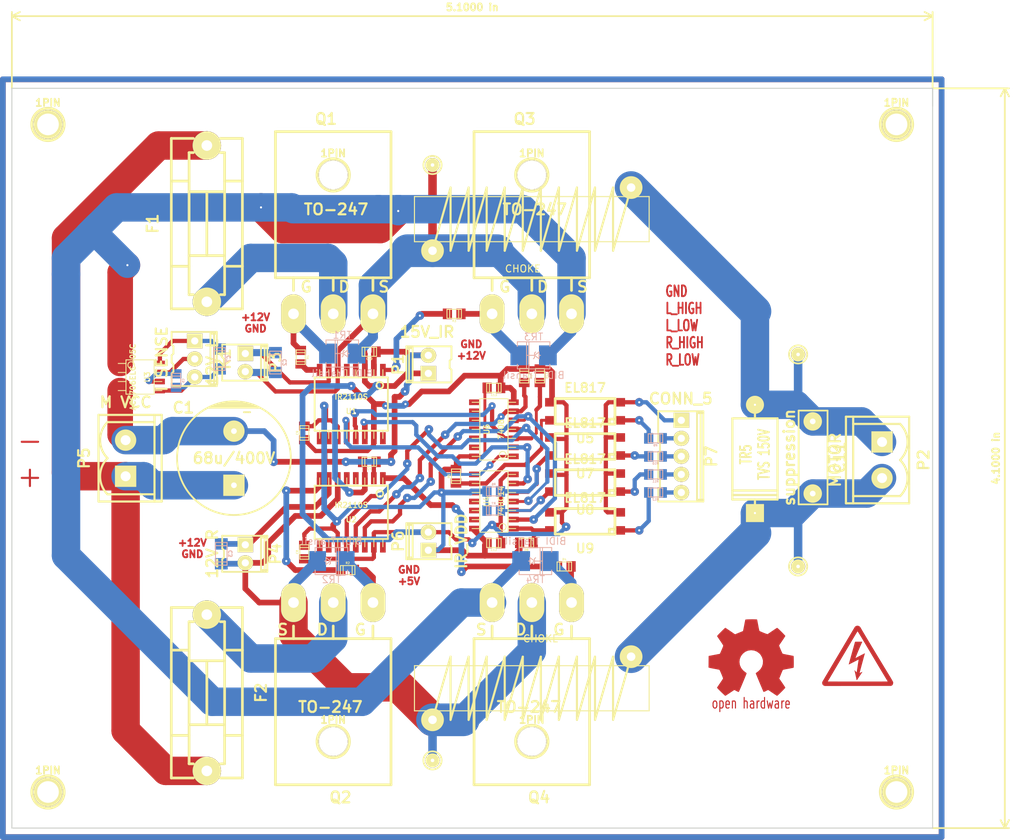
<source format=kicad_pcb>
(kicad_pcb (version 3) (host pcbnew "(2013-may-18)-stable")
  (layers (15 F.Cu signal) (0 B.Cu signal) (18 B.Paste user) (19 F.Paste user) (20 B.SilkS user) (21 F.SilkS user) (22 B.Mask user) (23 F.Mask user) (28 Edge.Cuts user))
  (net 0 "")
  (net 1 +5V)
  (net 2 GNDPWR)
  (net 3 IR2110_VCC)
  (net 4 L_HIGH)
  (net 5 L_HIN)
  (net 6 L_LIN)
  (net 7 L_LOW)
  (net 8 L_SD)
  (net 9 N-000001)
  (net 10 N-0000010)
  (net 11 N-0000011)
  (net 12 N-0000015)
  (net 13 N-0000016)
  (net 14 N-0000017)
  (net 15 N-0000018)
  (net 16 N-0000019)
  (net 17 N-000002)
  (net 18 N-0000020)
  (net 19 N-0000022)
  (net 20 N-0000023)
  (net 21 N-0000024)
  (net 22 N-0000025)
  (net 23 N-0000027)
  (net 24 N-0000028)
  (net 25 N-0000029)
  (net 26 N-000003)
  (net 27 N-0000030)
  (net 28 N-0000031)
  (net 29 N-0000033)
  (net 30 N-0000035)
  (net 31 N-000004)
  (net 32 N-0000043)
  (net 33 N-000005)
  (net 34 N-000006)
  (net 35 N-000007)
  (net 36 N-000008)
  (net 37 N-000009)
  (net 38 R_HIGH)
  (net 39 R_HIN)
  (net 40 R_LIN)
  (net 41 R_LOW)
  (net 42 R_SD)
  (net 43 Vmot+)
  (net 44 Vmot-)
  (module TO-247_Horizontal_FET-GDS_largePads (layer F.Cu) (at 154.432 77.47)
    (fp_text reference Q3 (at -1.016 -27.432) (layer F.SilkS) (effects (font (size 1.524 1.524) (thickness 0.3048))))
    (fp_text value STW15NB50 hide)
    (fp_text user TO-247 (at 0.4064 -14.7066) (layer F.SilkS) (effects (font (size 1.524 1.524) (thickness 0.3048))))
    (fp_text user S (at 7.112 -3.81) (layer F.SilkS) (effects (font (size 1.524 1.524) (thickness 0.3048))))
    (fp_text user D (at 1.524 -3.81) (layer F.SilkS) (effects (font (size 1.524 1.524) (thickness 0.3048))))
    (fp_text user G (at -3.81 -3.81) (layer F.SilkS) (effects (font (size 1.524 1.524) (thickness 0.3048))))
    (pad D thru_hole oval (at 0 0 90) (size 5.50164 3.50012) (drill 1.50114) (layers *.Cu *.Mask F.SilkS) (net 30 N-0000035))
    (pad G thru_hole oval (at -5.588 0 90) (size 5.50164 3.50012) (drill 1.50114) (layers *.Cu *.Mask F.SilkS) (net 33 N-000005))
    (pad S thru_hole oval (at 5.588 0 90) (size 5.50164 3.50012) (drill 1.50114) (layers *.Cu *.Mask F.SilkS) (net 13 N-0000016))
    (pad "" np_thru_hole circle (at 0 -19.558) (size 4.0005 4.0005) (drill 4.0005) (layers *.Cu *.Mask F.SilkS))
  )
  (module TO-247_Horizontal_FET-GDS_largePads (layer F.Cu) (at 126.492 118.11 180)
    (fp_text reference Q2 (at -1.016 -27.432 180) (layer F.SilkS) (effects (font (size 1.524 1.524) (thickness 0.3048))))
    (fp_text value STW15NB50 hide)
    (fp_text user TO-247 (at 0.4064 -14.7066 180) (layer F.SilkS) (effects (font (size 1.524 1.524) (thickness 0.3048))))
    (fp_text user S (at 7.112 -3.81 180) (layer F.SilkS) (effects (font (size 1.524 1.524) (thickness 0.3048))))
    (fp_text user D (at 1.524 -3.81 180) (layer F.SilkS) (effects (font (size 1.524 1.524) (thickness 0.3048))))
    (fp_text user G (at -3.81 -3.81 180) (layer F.SilkS) (effects (font (size 1.524 1.524) (thickness 0.3048))))
    (pad D thru_hole oval (at 0 0 270) (size 5.50164 3.50012) (drill 1.50114) (layers *.Cu *.Mask F.SilkS) (net 14 N-0000017))
    (pad G thru_hole oval (at -5.588 0 270) (size 5.50164 3.50012) (drill 1.50114) (layers *.Cu *.Mask F.SilkS) (net 26 N-000003))
    (pad S thru_hole oval (at 5.588 0 270) (size 5.50164 3.50012) (drill 1.50114) (layers *.Cu *.Mask F.SilkS) (net 32 N-0000043))
    (pad "" np_thru_hole circle (at 0 -19.558 180) (size 4.0005 4.0005) (drill 4.0005) (layers *.Cu *.Mask F.SilkS))
  )
  (module TO-247_Horizontal_FET-GDS_largePads (layer F.Cu) (at 154.432 118.11 180)
    (fp_text reference Q4 (at -1.016 -27.432 180) (layer F.SilkS) (effects (font (size 1.524 1.524) (thickness 0.3048))))
    (fp_text value STW15NB50 hide)
    (fp_text user TO-247 (at 0.4064 -14.7066 180) (layer F.SilkS) (effects (font (size 1.524 1.524) (thickness 0.3048))))
    (fp_text user S (at 7.112 -3.81 180) (layer F.SilkS) (effects (font (size 1.524 1.524) (thickness 0.3048))))
    (fp_text user D (at 1.524 -3.81 180) (layer F.SilkS) (effects (font (size 1.524 1.524) (thickness 0.3048))))
    (fp_text user G (at -3.81 -3.81 180) (layer F.SilkS) (effects (font (size 1.524 1.524) (thickness 0.3048))))
    (pad D thru_hole oval (at 0 0 270) (size 5.50164 3.50012) (drill 1.50114) (layers *.Cu *.Mask F.SilkS) (net 32 N-0000043))
    (pad G thru_hole oval (at -5.588 0 270) (size 5.50164 3.50012) (drill 1.50114) (layers *.Cu *.Mask F.SilkS) (net 31 N-000004))
    (pad S thru_hole oval (at 5.588 0 270) (size 5.50164 3.50012) (drill 1.50114) (layers *.Cu *.Mask F.SilkS) (net 13 N-0000016))
    (pad "" np_thru_hole circle (at 0 -19.558 180) (size 4.0005 4.0005) (drill 4.0005) (layers *.Cu *.Mask F.SilkS))
  )
  (module TO-247_Horizontal_FET-GDS_largePads (layer F.Cu) (at 126.492 77.47)
    (fp_text reference Q1 (at -1.016 -27.432) (layer F.SilkS) (effects (font (size 1.524 1.524) (thickness 0.3048))))
    (fp_text value STW15NB50 hide)
    (fp_text user TO-247 (at 0.4064 -14.7066) (layer F.SilkS) (effects (font (size 1.524 1.524) (thickness 0.3048))))
    (fp_text user S (at 7.112 -3.81) (layer F.SilkS) (effects (font (size 1.524 1.524) (thickness 0.3048))))
    (fp_text user D (at 1.524 -3.81) (layer F.SilkS) (effects (font (size 1.524 1.524) (thickness 0.3048))))
    (fp_text user G (at -3.81 -3.81) (layer F.SilkS) (effects (font (size 1.524 1.524) (thickness 0.3048))))
    (pad D thru_hole oval (at 0 0 90) (size 5.50164 3.50012) (drill 1.50114) (layers *.Cu *.Mask F.SilkS) (net 18 N-0000020))
    (pad G thru_hole oval (at -5.588 0 90) (size 5.50164 3.50012) (drill 1.50114) (layers *.Cu *.Mask F.SilkS) (net 34 N-000006))
    (pad S thru_hole oval (at 5.588 0 90) (size 5.50164 3.50012) (drill 1.50114) (layers *.Cu *.Mask F.SilkS) (net 30 N-0000035))
    (pad "" np_thru_hole circle (at 0 -19.558) (size 4.0005 4.0005) (drill 4.0005) (layers *.Cu *.Mask F.SilkS))
  )
  (module so-8 (layer F.Cu) (at 99.314 86.36 270)
    (fp_text reference U3 (at 0 -1.016 270) (layer F.SilkS) (effects (font (size 0.7493 0.7493) (thickness 0.14986))))
    (fp_text value ACS706ELC-05C (at 0 1.016 270) (layer F.SilkS) (effects (font (size 0.7493 0.7493) (thickness 0.14986))))
    (pad 1 smd rect (at -1.905 2.794 270) (size 0.8 1.4) (layers F.Cu F.Paste F.Mask) (net 13 N-0000016))
    (pad 2 smd rect (at -0.635 2.794 270) (size 0.8 1.4) (layers F.Cu F.Paste F.Mask) (net 13 N-0000016))
    (pad 3 smd rect (at 0.635 2.794 270) (size 0.8 1.4) (layers F.Cu F.Paste F.Mask) (net 44 Vmot-))
    (pad 4 smd rect (at 1.905 2.794 270) (size 0.8 1.4) (layers F.Cu F.Paste F.Mask) (net 44 Vmot-))
    (pad 5 smd rect (at 1.905 -2.794 270) (size 0.8 1.4) (layers F.Cu F.Paste F.Mask) (net 29 N-0000033))
    (pad 6 smd rect (at 0.635 -2.794 270) (size 0.8 1.4) (layers F.Cu F.Paste F.Mask) (net 10 N-0000010))
    (pad 7 smd rect (at -0.635 -2.794 270) (size 0.8 1.4) (layers F.Cu F.Paste F.Mask) (net 37 N-000009))
    (pad 8 smd rect (at -1.905 -2.794 270) (size 0.8 1.4) (layers F.Cu F.Paste F.Mask) (net 36 N-000008))
  )
  (module so-14 (layer F.Cu) (at 149.098 103.886 90)
    (fp_text reference U4 (at 0 -1.016 90) (layer F.SilkS) (effects (font (size 0.7493 0.7493) (thickness 0.14986))))
    (fp_text value 74HC14 (at 0 1.016 90) (layer F.SilkS) (effects (font (size 0.7493 0.7493) (thickness 0.14986))))
    (pad 1 smd rect (at -3.81 2.794 90) (size 0.8 1.4) (layers F.Cu F.Paste F.Mask) (net 19 N-0000022))
    (pad 2 smd rect (at -2.54 2.794 90) (size 0.8 1.4) (layers F.Cu F.Paste F.Mask) (net 40 R_LIN))
    (pad 3 smd rect (at -1.27 2.794 90) (size 0.8 1.4) (layers F.Cu F.Paste F.Mask) (net 20 N-0000023))
    (pad 4 smd rect (at 0 2.794 90) (size 0.8 1.4) (layers F.Cu F.Paste F.Mask) (net 39 R_HIN))
    (pad 5 smd rect (at 1.27 2.794 90) (size 0.8 1.4) (layers F.Cu F.Paste F.Mask) (net 21 N-0000024))
    (pad 6 smd rect (at 2.54 2.794 90) (size 0.8 1.4) (layers F.Cu F.Paste F.Mask) (net 6 L_LIN))
    (pad 7 smd rect (at 3.81 2.794 90) (size 0.8 1.4) (layers F.Cu F.Paste F.Mask) (net 44 Vmot-))
    (pad 8 smd rect (at 3.81 -2.794 90) (size 0.8 1.4) (layers F.Cu F.Paste F.Mask) (net 5 L_HIN))
    (pad 9 smd rect (at 2.54 -2.794 90) (size 0.8 1.4) (layers F.Cu F.Paste F.Mask) (net 22 N-0000025))
    (pad 10 smd rect (at 1.27 -2.794 90) (size 0.8 1.4) (layers F.Cu F.Paste F.Mask))
    (pad 11 smd rect (at 0 -2.794 90) (size 0.8 1.4) (layers F.Cu F.Paste F.Mask))
    (pad 12 smd rect (at -1.27 -2.794 90) (size 0.8 1.4) (layers F.Cu F.Paste F.Mask))
    (pad 13 smd rect (at -2.54 -2.794 90) (size 0.8 1.4) (layers F.Cu F.Paste F.Mask))
    (pad 14 smd rect (at -3.81 -2.794 90) (size 0.8 1.4) (layers F.Cu F.Paste F.Mask) (net 1 +5V))
  )
  (module so-14 (layer F.Cu) (at 149.098 93.726 90)
    (fp_text reference U6 (at 0 -1.016 90) (layer F.SilkS) (effects (font (size 0.7493 0.7493) (thickness 0.14986))))
    (fp_text value 7408 (at 0 1.016 90) (layer F.SilkS) (effects (font (size 0.7493 0.7493) (thickness 0.14986))))
    (pad 1 smd rect (at -3.81 2.794 90) (size 0.8 1.4) (layers F.Cu F.Paste F.Mask) (net 5 L_HIN))
    (pad 2 smd rect (at -2.54 2.794 90) (size 0.8 1.4) (layers F.Cu F.Paste F.Mask) (net 6 L_LIN))
    (pad 3 smd rect (at -1.27 2.794 90) (size 0.8 1.4) (layers F.Cu F.Paste F.Mask) (net 8 L_SD))
    (pad 4 smd rect (at 0 2.794 90) (size 0.8 1.4) (layers F.Cu F.Paste F.Mask) (net 39 R_HIN))
    (pad 5 smd rect (at 1.27 2.794 90) (size 0.8 1.4) (layers F.Cu F.Paste F.Mask) (net 40 R_LIN))
    (pad 6 smd rect (at 2.54 2.794 90) (size 0.8 1.4) (layers F.Cu F.Paste F.Mask) (net 42 R_SD))
    (pad 7 smd rect (at 3.81 2.794 90) (size 0.8 1.4) (layers F.Cu F.Paste F.Mask) (net 44 Vmot-))
    (pad 8 smd rect (at 3.81 -2.794 90) (size 0.8 1.4) (layers F.Cu F.Paste F.Mask))
    (pad 9 smd rect (at 2.54 -2.794 90) (size 0.8 1.4) (layers F.Cu F.Paste F.Mask))
    (pad 10 smd rect (at 1.27 -2.794 90) (size 0.8 1.4) (layers F.Cu F.Paste F.Mask))
    (pad 11 smd rect (at 0 -2.794 90) (size 0.8 1.4) (layers F.Cu F.Paste F.Mask))
    (pad 12 smd rect (at -1.27 -2.794 90) (size 0.8 1.4) (layers F.Cu F.Paste F.Mask))
    (pad 13 smd rect (at -2.54 -2.794 90) (size 0.8 1.4) (layers F.Cu F.Paste F.Mask))
    (pad 14 smd rect (at -3.81 -2.794 90) (size 0.8 1.4) (layers F.Cu F.Paste F.Mask) (net 1 +5V))
  )
  (module r_0805 (layer F.Cu) (at 155.575 86.1822 270)
    (fp_text reference R13 (at 0 -0.9906 270) (layer F.SilkS) (effects (font (size 0.29972 0.29972) (thickness 0.06096))))
    (fp_text value 0 hide)
    (pad 1 smd rect (at 0.9525 0 270) (size 1.30048 1.4986) (layers F.Cu F.Paste F.Mask) (net 8 L_SD))
    (pad 2 smd rect (at -0.9525 0 270) (size 1.30048 1.4986) (layers F.Cu F.Paste F.Mask) (net 44 Vmot-))
  )
  (module r_0805 (layer F.Cu) (at 153.67 109.7026 180)
    (fp_text reference R8 (at 0 -0.9906 180) (layer F.SilkS) (effects (font (size 0.29972 0.29972) (thickness 0.06096))))
    (fp_text value 4k7 hide)
    (pad 1 smd rect (at 0.9525 0 180) (size 1.30048 1.4986) (layers F.Cu F.Paste F.Mask) (net 1 +5V))
    (pad 2 smd rect (at -0.9525 0 180) (size 1.30048 1.4986) (layers F.Cu F.Paste F.Mask) (net 19 N-0000022))
  )
  (module r_0805 (layer B.Cu) (at 149.0726 105.156 180)
    (fp_text reference R7 (at 0 0.9906 180) (layer B.SilkS) (effects (font (size 0.29972 0.29972) (thickness 0.06096)) (justify mirror)))
    (fp_text value 4k7 hide)
    (pad 1 smd rect (at 0.9525 0 180) (size 1.30048 1.4986) (layers B.Cu B.Paste B.Mask) (net 1 +5V))
    (pad 2 smd rect (at -0.9525 0 180) (size 1.30048 1.4986) (layers B.Cu B.Paste B.Mask) (net 20 N-0000023))
  )
  (module r_0805 (layer B.Cu) (at 149.0726 102.4636 180)
    (fp_text reference R6 (at 0 0.9906 180) (layer B.SilkS) (effects (font (size 0.29972 0.29972) (thickness 0.06096)) (justify mirror)))
    (fp_text value 4k7 hide)
    (pad 1 smd rect (at 0.9525 0 180) (size 1.30048 1.4986) (layers B.Cu B.Paste B.Mask) (net 1 +5V))
    (pad 2 smd rect (at -0.9525 0 180) (size 1.30048 1.4986) (layers B.Cu B.Paste B.Mask) (net 21 N-0000024))
  )
  (module r_0805 (layer F.Cu) (at 143.764 100.33 90)
    (fp_text reference R5 (at 0 -0.9906 90) (layer F.SilkS) (effects (font (size 0.29972 0.29972) (thickness 0.06096))))
    (fp_text value 4k7 hide)
    (pad 1 smd rect (at 0.9525 0 90) (size 1.30048 1.4986) (layers F.Cu F.Paste F.Mask) (net 1 +5V))
    (pad 2 smd rect (at -0.9525 0 90) (size 1.30048 1.4986) (layers F.Cu F.Paste F.Mask) (net 22 N-0000025))
  )
  (module r_0805 (layer B.Cu) (at 171.831 102.616)
    (fp_text reference R12 (at 0 0.9906) (layer B.SilkS) (effects (font (size 0.29972 0.29972) (thickness 0.06096)) (justify mirror)))
    (fp_text value 330 hide)
    (pad 1 smd rect (at 0.9525 0) (size 1.30048 1.4986) (layers B.Cu B.Paste B.Mask) (net 41 R_LOW))
    (pad 2 smd rect (at -0.9525 0) (size 1.30048 1.4986) (layers B.Cu B.Paste B.Mask) (net 12 N-0000015))
  )
  (module r_0805 (layer B.Cu) (at 171.831 100.076)
    (fp_text reference R11 (at 0 0.9906) (layer B.SilkS) (effects (font (size 0.29972 0.29972) (thickness 0.06096)) (justify mirror)))
    (fp_text value 330 hide)
    (pad 1 smd rect (at 0.9525 0) (size 1.30048 1.4986) (layers B.Cu B.Paste B.Mask) (net 38 R_HIGH))
    (pad 2 smd rect (at -0.9525 0) (size 1.30048 1.4986) (layers B.Cu B.Paste B.Mask) (net 24 N-0000028))
  )
  (module r_0805 (layer B.Cu) (at 171.831 97.536)
    (fp_text reference R10 (at 0 0.9906) (layer B.SilkS) (effects (font (size 0.29972 0.29972) (thickness 0.06096)) (justify mirror)))
    (fp_text value 330 hide)
    (pad 1 smd rect (at 0.9525 0) (size 1.30048 1.4986) (layers B.Cu B.Paste B.Mask) (net 7 L_LOW))
    (pad 2 smd rect (at -0.9525 0) (size 1.30048 1.4986) (layers B.Cu B.Paste B.Mask) (net 23 N-0000027))
  )
  (module r_0805 (layer B.Cu) (at 171.831 94.996)
    (fp_text reference R9 (at 0 0.9906) (layer B.SilkS) (effects (font (size 0.29972 0.29972) (thickness 0.06096)) (justify mirror)))
    (fp_text value 330 hide)
    (pad 1 smd rect (at 0.9525 0) (size 1.30048 1.4986) (layers B.Cu B.Paste B.Mask) (net 4 L_HIGH))
    (pad 2 smd rect (at -0.9525 0) (size 1.30048 1.4986) (layers B.Cu B.Paste B.Mask) (net 35 N-000007))
  )
  (module r_0805 (layer F.Cu) (at 153.3652 86.1822 270)
    (fp_text reference R14 (at 0 -0.9906 270) (layer F.SilkS) (effects (font (size 0.29972 0.29972) (thickness 0.06096))))
    (fp_text value 0 hide)
    (pad 1 smd rect (at 0.9525 0 270) (size 1.30048 1.4986) (layers F.Cu F.Paste F.Mask) (net 42 R_SD))
    (pad 2 smd rect (at -0.9525 0 270) (size 1.30048 1.4986) (layers F.Cu F.Paste F.Mask) (net 44 Vmot-))
  )
  (module r_0805 (layer F.Cu) (at 143.51 77.47 180)
    (fp_text reference R3 (at 0 -0.9906 180) (layer F.SilkS) (effects (font (size 0.29972 0.29972) (thickness 0.06096))))
    (fp_text value 4R3 hide)
    (pad 1 smd rect (at 0.9525 0 180) (size 1.30048 1.4986) (layers F.Cu F.Paste F.Mask) (net 9 N-000001))
    (pad 2 smd rect (at -0.9525 0 180) (size 1.30048 1.4986) (layers F.Cu F.Paste F.Mask) (net 33 N-000005))
  )
  (module r_0805 (layer F.Cu) (at 159.004 113.03)
    (fp_text reference R4 (at 0 -0.9906) (layer F.SilkS) (effects (font (size 0.29972 0.29972) (thickness 0.06096))))
    (fp_text value 4R3 hide)
    (pad 1 smd rect (at 0.9525 0) (size 1.30048 1.4986) (layers F.Cu F.Paste F.Mask) (net 31 N-000004))
    (pad 2 smd rect (at -0.9525 0) (size 1.30048 1.4986) (layers F.Cu F.Paste F.Mask) (net 27 N-0000030))
  )
  (module r_0805 (layer F.Cu) (at 128.524 113.538)
    (fp_text reference R2 (at 0 -0.9906) (layer F.SilkS) (effects (font (size 0.29972 0.29972) (thickness 0.06096))))
    (fp_text value 4R3 hide)
    (pad 1 smd rect (at 0.9525 0) (size 1.30048 1.4986) (layers F.Cu F.Paste F.Mask) (net 26 N-000003))
    (pad 2 smd rect (at -0.9525 0) (size 1.30048 1.4986) (layers F.Cu F.Paste F.Mask) (net 28 N-0000031))
  )
  (module r_0805 (layer F.Cu) (at 121.92 83.566 270)
    (fp_text reference R1 (at 0 -0.9906 270) (layer F.SilkS) (effects (font (size 0.29972 0.29972) (thickness 0.06096))))
    (fp_text value 4R3 hide)
    (pad 1 smd rect (at 0.9525 0 270) (size 1.30048 1.4986) (layers F.Cu F.Paste F.Mask) (net 17 N-000002))
    (pad 2 smd rect (at -0.9525 0 270) (size 1.30048 1.4986) (layers F.Cu F.Paste F.Mask) (net 34 N-000006))
  )
  (module pad_2mm (layer F.Cu) (at 191.897 83.185)
    (fp_text reference P10 hide)
    (fp_text value TP1 hide)
    (pad 1 thru_hole circle (at 0 0) (size 1.99898 1.99898) (drill 0.50038) (layers *.Cu F.SilkS) (net 16 N-0000019))
  )
  (module pad_2mm (layer F.Cu) (at 191.897 113.03)
    (fp_text reference P11 hide)
    (fp_text value TP2 hide)
    (pad 1 thru_hole circle (at 0 0) (size 1.99898 1.99898) (drill 0.50038) (layers *.Cu F.SilkS) (net 15 N-0000018))
  )
  (module pad_2mm (layer F.Cu) (at 140.462 56.515)
    (fp_text reference P8 hide)
    (fp_text value TP3 hide)
    (pad 1 thru_hole circle (at 0 0) (size 1.99898 1.99898) (drill 0.50038) (layers *.Cu F.SilkS) (net 30 N-0000035))
  )
  (module pad_2mm (layer F.Cu) (at 140.462 140.335)
    (fp_text reference P9 hide)
    (fp_text value TP4 hide)
    (pad 1 thru_hole circle (at 0 0) (size 1.99898 1.99898) (drill 0.50038) (layers *.Cu F.SilkS) (net 32 N-0000043))
  )
  (module kk100_22-23-2051 (layer F.Cu) (at 175.387 97.536 270)
    (fp_text reference P7 (at 0 -4.318 270) (layer F.SilkS) (effects (font (size 1.524 1.524) (thickness 0.3048))))
    (fp_text value CONN_5 (at -8.128 0 360) (layer F.SilkS) (effects (font (size 1.524 1.524) (thickness 0.3048))))
    (pad 3 thru_hole oval (at 0 -0.0762 270) (size 2.1 2.1971) (drill 1.016) (layers *.Cu *.Mask F.SilkS) (net 7 L_LOW))
    (pad 5 thru_hole oval (at 5.08 -0.0762 270) (size 2.1 2.1971) (drill 1.016) (layers *.Cu *.Mask F.SilkS) (net 41 R_LOW))
    (pad 4 thru_hole oval (at 2.54 -0.0762 270) (size 2.1 2.1971) (drill 1.016) (layers *.Cu *.Mask F.SilkS) (net 38 R_HIGH))
    (pad 1 thru_hole rect (at -5.08 -0.0762 270) (size 2.1 2.1971) (drill 1.016) (layers *.Cu *.Mask F.SilkS) (net 2 GNDPWR))
    (pad 2 thru_hole oval (at -2.54 -0.0762 270) (size 2.1 2.1971) (drill 1.016) (layers *.Cu *.Mask F.SilkS) (net 4 L_HIGH))
  )
  (module kk100_22-23-2031 (layer F.Cu) (at 106.934 83.82 270)
    (fp_text reference K1 (at 0 -4.318 270) (layer F.SilkS) (effects (font (size 1.524 1.524) (thickness 0.3048))))
    (fp_text value "I SENSE" (at 0 4.56946 270) (layer F.SilkS) (effects (font (size 1.524 1.524) (thickness 0.3048))))
    (pad 3 thru_hole oval (at 2.54 -0.0762 270) (size 2.1 2.1971) (drill 1.016) (layers *.Cu *.Mask F.SilkS) (net 29 N-0000033))
    (pad 1 thru_hole rect (at -2.54 -0.0762 270) (size 2.1 2.1971) (drill 1.016) (layers *.Cu *.Mask F.SilkS) (net 36 N-000008))
    (pad 2 thru_hole oval (at 0 -0.0762 270) (size 2.1 2.1971) (drill 1.016) (layers *.Cu *.Mask F.SilkS) (net 37 N-000009))
  )
  (module kk100_22-23-2021 (layer F.Cu) (at 114.046 84.328 270)
    (fp_text reference P3 (at 0 -4.318 270) (layer F.SilkS) (effects (font (size 1.524 1.524) (thickness 0.3048))))
    (fp_text value "12V L" (at 0 4.572 270) (layer F.SilkS) (effects (font (size 1.524 1.524) (thickness 0.3048))))
    (pad 1 thru_hole rect (at -1.27 -0.0762 270) (size 2.1 2.1971) (drill 1.016) (layers *.Cu *.Mask F.SilkS) (net 11 N-0000011))
    (pad 2 thru_hole oval (at 1.27 -0.0762 270) (size 2.1 2.1971) (drill 1.016) (layers *.Cu *.Mask F.SilkS) (net 30 N-0000035))
  )
  (module kk100_22-23-2021 (layer F.Cu) (at 114.046 111.252 270)
    (fp_text reference P4 (at 0 -4.318 270) (layer F.SilkS) (effects (font (size 1.524 1.524) (thickness 0.3048))))
    (fp_text value "12V R" (at 0 4.572 270) (layer F.SilkS) (effects (font (size 1.524 1.524) (thickness 0.3048))))
    (pad 1 thru_hole rect (at -1.27 -0.0762 270) (size 2.1 2.1971) (drill 1.016) (layers *.Cu *.Mask F.SilkS) (net 25 N-0000029))
    (pad 2 thru_hole oval (at 1.27 -0.0762 270) (size 2.1 2.1971) (drill 1.016) (layers *.Cu *.Mask F.SilkS) (net 32 N-0000043))
  )
  (module kk100_22-23-2021 (layer F.Cu) (at 139.954 109.474 90)
    (fp_text reference P6 (at 0 -4.318 90) (layer F.SilkS) (effects (font (size 1.524 1.524) (thickness 0.3048))))
    (fp_text value IR_VDD (at 0 4.572 90) (layer F.SilkS) (effects (font (size 1.524 1.524) (thickness 0.3048))))
    (pad 1 thru_hole rect (at -1.27 -0.0762 90) (size 2.1 2.1971) (drill 1.016) (layers *.Cu *.Mask F.SilkS) (net 1 +5V))
    (pad 2 thru_hole oval (at 1.27 -0.0762 90) (size 2.1 2.1971) (drill 1.016) (layers *.Cu *.Mask F.SilkS) (net 44 Vmot-))
  )
  (module kk100_22-23-2021 (layer F.Cu) (at 139.954 84.582 90)
    (fp_text reference P1 (at 0 -4.318 90) (layer F.SilkS) (effects (font (size 1.524 1.524) (thickness 0.3048))))
    (fp_text value 15V_IR (at 4.572 -0.254 180) (layer F.SilkS) (effects (font (size 1.524 1.524) (thickness 0.3048))))
    (pad 1 thru_hole rect (at -1.27 -0.0762 90) (size 2.1 2.1971) (drill 1.016) (layers *.Cu *.Mask F.SilkS) (net 3 IR2110_VCC))
    (pad 2 thru_hole oval (at 1.27 -0.0762 90) (size 2.1 2.1971) (drill 1.016) (layers *.Cu *.Mask F.SilkS) (net 44 Vmot-))
  )
  (module Inductor-a1 (layer F.Cu) (at 153.162 63.5 180)
    (fp_text reference L1 (at 0 6.35 180) (layer F.SilkS))
    (fp_text value CHOKE (at 0 -7.62 180) (layer F.SilkS))
    (pad 1 thru_hole circle (at 12.7 -5.08 180) (size 3.2 3.2) (drill 1.2) (layers *.Cu *.Mask F.SilkS) (net 30 N-0000035))
    (pad 2 thru_hole circle (at -15.24 3.81 180) (size 3.2 3.2) (drill 1.2) (layers *.Cu *.Mask F.SilkS) (net 16 N-0000019))
  )
  (module Inductor-a1 (layer F.Cu) (at 155.702 130.81)
    (fp_text reference L2 (at 0 6.35) (layer F.SilkS))
    (fp_text value CHOKE (at 0 -7.62) (layer F.SilkS))
    (pad 1 thru_hole circle (at 12.7 -5.08) (size 3.2 3.2) (drill 1.2) (layers *.Cu *.Mask F.SilkS) (net 15 N-0000018))
    (pad 2 thru_hole circle (at -15.24 3.81) (size 3.2 3.2) (drill 1.2) (layers *.Cu *.Mask F.SilkS) (net 32 N-0000043))
  )
  (module Fuseholder5x20_horiz_SemiClosed_Casing10x25mm_RevA_Date25Jul2010 (layer F.Cu) (at 108.712 130.81 270)
    (fp_text reference F2 (at 0 -7.62 270) (layer F.SilkS) (effects (font (size 1.524 1.524) (thickness 0.3048))))
    (fp_text value 5A hide)
    (pad 2 thru_hole oval (at 11.00074 0 180) (size 4 4.0005) (drill 1.50114) (layers *.Cu *.Mask F.SilkS) (net 43 Vmot+))
    (pad 1 thru_hole oval (at -11.00074 0 180) (size 4 4.0005) (drill 1.50114) (layers *.Cu *.Mask F.SilkS) (net 14 N-0000017))
  )
  (module "DO-214AA(SMB)" (layer B.Cu) (at 127.762 83.058 180)
    (fp_text reference TR1 (at 0 2.60096 180) (layer B.SilkS) (effects (font (size 1.00076 1.00076) (thickness 0.11938)) (justify mirror)))
    (fp_text value "BIDI Transil" (at 0 -2.79908 180) (layer B.SilkS) (effects (font (size 1.00076 1.00076) (thickness 0.11938)) (justify mirror)))
    (pad 1 smd rect (at -2.0066 0 180) (size 2.5 2.8) (layers B.Cu B.Paste B.Mask) (net 30 N-0000035))
    (pad 2 smd rect (at 2.0066 0 180) (size 2.5 2.8) (layers B.Cu B.Paste B.Mask) (net 34 N-000006))
  )
  (module "DO-214AA(SMB)" (layer B.Cu) (at 154.686 83.312 180)
    (fp_text reference TR3 (at 0 2.60096 180) (layer B.SilkS) (effects (font (size 1.00076 1.00076) (thickness 0.11938)) (justify mirror)))
    (fp_text value "BIDI Transil" (at 0 -2.79908 180) (layer B.SilkS) (effects (font (size 1.00076 1.00076) (thickness 0.11938)) (justify mirror)))
    (pad 1 smd rect (at -2.0066 0 180) (size 2.5 2.8) (layers B.Cu B.Paste B.Mask) (net 13 N-0000016))
    (pad 2 smd rect (at 2.0066 0 180) (size 2.5 2.8) (layers B.Cu B.Paste B.Mask) (net 33 N-000005))
  )
  (module "DO-214AA(SMB)" (layer B.Cu) (at 154.94 112.268)
    (fp_text reference TR4 (at 0 2.60096) (layer B.SilkS) (effects (font (size 1.00076 1.00076) (thickness 0.11938)) (justify mirror)))
    (fp_text value "BIDI Transil" (at 0 -2.79908) (layer B.SilkS) (effects (font (size 1.00076 1.00076) (thickness 0.11938)) (justify mirror)))
    (pad 1 smd rect (at -2.0066 0) (size 2.5 2.8) (layers B.Cu B.Paste B.Mask) (net 13 N-0000016))
    (pad 2 smd rect (at 2.0066 0) (size 2.5 2.8) (layers B.Cu B.Paste B.Mask) (net 31 N-000004))
  )
  (module "DO-214AA(SMB)" (layer B.Cu) (at 126.238 112.268)
    (fp_text reference TR2 (at 0 2.60096) (layer B.SilkS) (effects (font (size 1.00076 1.00076) (thickness 0.11938)) (justify mirror)))
    (fp_text value "BIDI Transil" (at 0 -2.79908) (layer B.SilkS) (effects (font (size 1.00076 1.00076) (thickness 0.11938)) (justify mirror)))
    (pad 1 smd rect (at -2.0066 0) (size 2.5 2.8) (layers B.Cu B.Paste B.Mask) (net 32 N-0000043))
    (pad 2 smd rect (at 2.0066 0) (size 2.5 2.8) (layers B.Cu B.Paste B.Mask) (net 26 N-000003))
  )
  (module D6 (layer F.Cu) (at 185.8264 97.8916 270)
    (fp_text reference TR5 (at -0.635 1.27 270) (layer F.SilkS) (effects (font (size 1.524 1.016) (thickness 0.3048))))
    (fp_text value "TVS 150V" (at -0.635 -1.27 270) (layer F.SilkS) (effects (font (size 1.524 1.016) (thickness 0.3048))))
    (pad 1 thru_hole circle (at -7.62 0 270) (size 2.54 2.54) (drill 0.3) (layers *.Cu *.Mask F.SilkS) (net 16 N-0000019))
    (pad 2 thru_hole rect (at 7.62 0 270) (size 2.54 2.54) (drill 0.3) (layers *.Cu *.Mask F.SilkS) (net 15 N-0000018))
  )
  (module cnp_13x4mm (layer F.Cu) (at 193.9544 97.6884 270)
    (fp_text reference C11 (at 0 -3.81 270) (layer F.SilkS) (effects (font (size 1.524 1.524) (thickness 0.3048))))
    (fp_text value suppression (at 0 3.302 270) (layer F.SilkS) (effects (font (size 1.524 1.524) (thickness 0.3048))))
    (pad 1 thru_hole circle (at -5.08 0 270) (size 2.6 2.6) (drill 0.8001) (layers *.Cu *.Mask F.SilkS) (net 16 N-0000019))
    (pad 2 thru_hole circle (at 5.08 0 270) (size 2.6 2.6) (drill 0.8001) (layers *.Cu *.Mask F.SilkS) (net 15 N-0000018))
  )
  (module c_1206 (layer B.Cu) (at 110.49 83.82 90)
    (fp_text reference C7 (at 0.0254 1.2954 90) (layer B.SilkS) (effects (font (size 0.50038 0.50038) (thickness 0.11938)) (justify mirror)))
    (fp_text value 1u hide)
    (pad 1 smd rect (at 1.397 0 90) (size 1.6002 1.8034) (layers B.Cu B.Paste B.Mask) (net 36 N-000008))
    (pad 2 smd rect (at -1.397 0 90) (size 1.6002 1.8034) (layers B.Cu B.Paste B.Mask) (net 29 N-0000033))
  )
  (module c_1206 (layer B.Cu) (at 118.364 84.328 90)
    (fp_text reference C2 (at 0.0254 1.2954 90) (layer B.SilkS) (effects (font (size 0.50038 0.50038) (thickness 0.11938)) (justify mirror)))
    (fp_text value 1u hide)
    (pad 1 smd rect (at 1.397 0 90) (size 1.6002 1.8034) (layers B.Cu B.Paste B.Mask) (net 11 N-0000011))
    (pad 2 smd rect (at -1.397 0 90) (size 1.6002 1.8034) (layers B.Cu B.Paste B.Mask) (net 30 N-0000035))
  )
  (module c_1206 (layer B.Cu) (at 110.744 111.252 90)
    (fp_text reference C3 (at 0.0254 1.2954 90) (layer B.SilkS) (effects (font (size 0.50038 0.50038) (thickness 0.11938)) (justify mirror)))
    (fp_text value 1u hide)
    (pad 1 smd rect (at 1.397 0 90) (size 1.6002 1.8034) (layers B.Cu B.Paste B.Mask) (net 25 N-0000029))
    (pad 2 smd rect (at -1.397 0 90) (size 1.6002 1.8034) (layers B.Cu B.Paste B.Mask) (net 32 N-0000043))
  )
  (module c_0805 (layer F.Cu) (at 122.428 94.234 90)
    (fp_text reference C9 (at 0 -0.9906 90) (layer F.SilkS) (effects (font (size 0.29972 0.29972) (thickness 0.06096))))
    (fp_text value 100n hide)
    (pad 1 smd rect (at 0.9525 0 90) (size 1.30048 1.4986) (layers F.Cu F.Paste F.Mask) (net 1 +5V))
    (pad 2 smd rect (at -0.9525 0 90) (size 1.30048 1.4986) (layers F.Cu F.Paste F.Mask) (net 44 Vmot-))
  )
  (module c_0805 (layer F.Cu) (at 131.572 82.804 180)
    (fp_text reference C10 (at 0 -0.9906 180) (layer F.SilkS) (effects (font (size 0.29972 0.29972) (thickness 0.06096))))
    (fp_text value 100n hide)
    (pad 1 smd rect (at 0.9525 0 180) (size 1.30048 1.4986) (layers F.Cu F.Paste F.Mask) (net 3 IR2110_VCC))
    (pad 2 smd rect (at -0.9525 0 180) (size 1.30048 1.4986) (layers F.Cu F.Paste F.Mask) (net 44 Vmot-))
  )
  (module c_0805 (layer F.Cu) (at 122.428 110.998 90)
    (fp_text reference C8 (at 0 -0.9906 90) (layer F.SilkS) (effects (font (size 0.29972 0.29972) (thickness 0.06096))))
    (fp_text value 100n hide)
    (pad 1 smd rect (at 0.9525 0 90) (size 1.30048 1.4986) (layers F.Cu F.Paste F.Mask) (net 1 +5V))
    (pad 2 smd rect (at -0.9525 0 90) (size 1.30048 1.4986) (layers F.Cu F.Paste F.Mask) (net 44 Vmot-))
  )
  (module c_0805 (layer F.Cu) (at 131.572 98.298 180)
    (fp_text reference C4 (at 0 -0.9906 180) (layer F.SilkS) (effects (font (size 0.29972 0.29972) (thickness 0.06096))))
    (fp_text value 100n hide)
    (pad 1 smd rect (at 0.9525 0 180) (size 1.30048 1.4986) (layers F.Cu F.Paste F.Mask) (net 3 IR2110_VCC))
    (pad 2 smd rect (at -0.9525 0 180) (size 1.30048 1.4986) (layers F.Cu F.Paste F.Mask) (net 44 Vmot-))
  )
  (module c_0805 (layer F.Cu) (at 149.098 87.884 180)
    (fp_text reference C13 (at 0 -0.9906 180) (layer F.SilkS) (effects (font (size 0.29972 0.29972) (thickness 0.06096))))
    (fp_text value 100n hide)
    (pad 1 smd rect (at 0.9525 0 180) (size 1.30048 1.4986) (layers F.Cu F.Paste F.Mask) (net 1 +5V))
    (pad 2 smd rect (at -0.9525 0 180) (size 1.30048 1.4986) (layers F.Cu F.Paste F.Mask) (net 44 Vmot-))
  )
  (module c_0805 (layer F.Cu) (at 149.098 109.728 180)
    (fp_text reference C12 (at 0 -0.9906 180) (layer F.SilkS) (effects (font (size 0.29972 0.29972) (thickness 0.06096))))
    (fp_text value 100n hide)
    (pad 1 smd rect (at 0.9525 0 180) (size 1.30048 1.4986) (layers F.Cu F.Paste F.Mask) (net 1 +5V))
    (pad 2 smd rect (at -0.9525 0 180) (size 1.30048 1.4986) (layers F.Cu F.Paste F.Mask) (net 44 Vmot-))
  )
  (module soic-16 (layer F.Cu) (at 129.032 90.17 180)
    (fp_text reference U1 (at 0 -1.016 180) (layer F.SilkS) (effects (font (size 0.7493 0.7493) (thickness 0.14986))))
    (fp_text value IR2110S (at 0 1.016 180) (layer F.SilkS) (effects (font (size 0.7493 0.7493) (thickness 0.14986))))
    (pad 1 smd rect (at -4.445 4.81076 180) (size 0.8 1.7) (layers F.Cu F.Paste F.Mask) (net 9 N-000001))
    (pad 2 smd rect (at -3.175 4.81076 180) (size 0.8 1.7) (layers F.Cu F.Paste F.Mask) (net 44 Vmot-))
    (pad 3 smd rect (at -1.905 4.81076 180) (size 0.8 1.7) (layers F.Cu F.Paste F.Mask) (net 3 IR2110_VCC))
    (pad 4 smd rect (at -0.635 4.81076 180) (size 0.8 1.7) (layers F.Cu F.Paste F.Mask))
    (pad 5 smd rect (at 0.635 4.81076 180) (size 0.8 1.7) (layers F.Cu F.Paste F.Mask))
    (pad 6 smd rect (at 1.905 4.81076 180) (size 0.8 1.7) (layers F.Cu F.Paste F.Mask) (net 30 N-0000035))
    (pad 7 smd rect (at 3.175 4.81076 180) (size 0.8 1.7) (layers F.Cu F.Paste F.Mask) (net 11 N-0000011))
    (pad 8 smd rect (at 4.445 4.81076 180) (size 0.8 1.7) (layers F.Cu F.Paste F.Mask) (net 17 N-000002))
    (pad 9 smd rect (at 4.445 -4.81076 180) (size 0.8 1.7) (layers F.Cu F.Paste F.Mask))
    (pad 10 smd rect (at 3.175 -4.81076 180) (size 0.8 1.7) (layers F.Cu F.Paste F.Mask))
    (pad 11 smd rect (at 1.905 -4.81076 180) (size 0.8 1.7) (layers F.Cu F.Paste F.Mask) (net 1 +5V))
    (pad 12 smd rect (at 0.635 -4.81076 180) (size 0.8 1.7) (layers F.Cu F.Paste F.Mask) (net 5 L_HIN))
    (pad 13 smd rect (at -0.635 -4.81076 180) (size 0.8 1.7) (layers F.Cu F.Paste F.Mask) (net 8 L_SD))
    (pad 14 smd rect (at -1.905 -4.81076 180) (size 0.8 1.7) (layers F.Cu F.Paste F.Mask) (net 6 L_LIN))
    (pad 15 smd rect (at -3.175 -4.81076 180) (size 0.8 1.7) (layers F.Cu F.Paste F.Mask) (net 44 Vmot-))
    (pad 16 smd rect (at -4.445 -4.81076 180) (size 0.8 1.7) (layers F.Cu F.Paste F.Mask))
  )
  (module soic-16 (layer F.Cu) (at 129.032 105.41 180)
    (fp_text reference U2 (at 0 -1.016 180) (layer F.SilkS) (effects (font (size 0.7493 0.7493) (thickness 0.14986))))
    (fp_text value IR2110S (at 0 1.016 180) (layer F.SilkS) (effects (font (size 0.7493 0.7493) (thickness 0.14986))))
    (pad 1 smd rect (at -4.445 4.81076 180) (size 0.8 1.7) (layers F.Cu F.Paste F.Mask) (net 27 N-0000030))
    (pad 2 smd rect (at -3.175 4.81076 180) (size 0.8 1.7) (layers F.Cu F.Paste F.Mask) (net 44 Vmot-))
    (pad 3 smd rect (at -1.905 4.81076 180) (size 0.8 1.7) (layers F.Cu F.Paste F.Mask) (net 3 IR2110_VCC))
    (pad 4 smd rect (at -0.635 4.81076 180) (size 0.8 1.7) (layers F.Cu F.Paste F.Mask))
    (pad 5 smd rect (at 0.635 4.81076 180) (size 0.8 1.7) (layers F.Cu F.Paste F.Mask))
    (pad 6 smd rect (at 1.905 4.81076 180) (size 0.8 1.7) (layers F.Cu F.Paste F.Mask) (net 32 N-0000043))
    (pad 7 smd rect (at 3.175 4.81076 180) (size 0.8 1.7) (layers F.Cu F.Paste F.Mask) (net 25 N-0000029))
    (pad 8 smd rect (at 4.445 4.81076 180) (size 0.8 1.7) (layers F.Cu F.Paste F.Mask) (net 28 N-0000031))
    (pad 9 smd rect (at 4.445 -4.81076 180) (size 0.8 1.7) (layers F.Cu F.Paste F.Mask))
    (pad 10 smd rect (at 3.175 -4.81076 180) (size 0.8 1.7) (layers F.Cu F.Paste F.Mask))
    (pad 11 smd rect (at 1.905 -4.81076 180) (size 0.8 1.7) (layers F.Cu F.Paste F.Mask) (net 1 +5V))
    (pad 12 smd rect (at 0.635 -4.81076 180) (size 0.8 1.7) (layers F.Cu F.Paste F.Mask) (net 39 R_HIN))
    (pad 13 smd rect (at -0.635 -4.81076 180) (size 0.8 1.7) (layers F.Cu F.Paste F.Mask) (net 42 R_SD))
    (pad 14 smd rect (at -1.905 -4.81076 180) (size 0.8 1.7) (layers F.Cu F.Paste F.Mask) (net 40 R_LIN))
    (pad 15 smd rect (at -3.175 -4.81076 180) (size 0.8 1.7) (layers F.Cu F.Paste F.Mask) (net 44 Vmot-))
    (pad 16 smd rect (at -4.445 -4.81076 180) (size 0.8 1.7) (layers F.Cu F.Paste F.Mask))
  )
  (module Fuseholder5x20_horiz_SemiClosed_Casing10x25mm_RevA_Date25Jul2010 (layer F.Cu) (at 108.712 64.77 90)
    (fp_text reference F1 (at 0 -7.62 90) (layer F.SilkS) (effects (font (size 1.524 1.524) (thickness 0.3048))))
    (fp_text value 5A hide)
    (pad 2 thru_hole oval (at 11.00074 0) (size 4 4.0005) (drill 1.50114) (layers *.Cu *.Mask F.SilkS) (net 43 Vmot+))
    (pad 1 thru_hole oval (at -11.00074 0) (size 4 4.0005) (drill 1.50114) (layers *.Cu *.Mask F.SilkS) (net 18 N-0000020))
  )
  (module mstbva_2,5/2-g-5,08 (layer F.Cu) (at 97.282 97.79 90)
    (fp_text reference P5 (at 0 -5.842 90) (layer F.SilkS) (effects (font (size 1.524 1.524) (thickness 0.3048))))
    (fp_text value "M VCC" (at 7.874 0 180) (layer F.SilkS) (effects (font (size 1.524 1.524) (thickness 0.3048))))
    (pad 1 thru_hole rect (at -2.54 0 90) (size 2.99974 2.99974) (drill 1.39954) (layers *.Cu *.Mask F.SilkS) (net 43 Vmot+))
    (pad 2 thru_hole circle (at 2.54 0 90) (size 2.99974 2.99974) (drill 1.39954) (layers *.Cu *.Mask F.SilkS) (net 44 Vmot-))
  )
  (module mstbva_2,5/2-g-5,08 (layer F.Cu) (at 203.708 98.044 270)
    (fp_text reference P2 (at 0 -5.842 270) (layer F.SilkS) (effects (font (size 1.524 1.524) (thickness 0.3048))))
    (fp_text value MOTOR (at 0 6.604 270) (layer F.SilkS) (effects (font (size 1.524 1.524) (thickness 0.3048))))
    (pad 1 thru_hole rect (at -2.54 0 270) (size 2.99974 2.99974) (drill 1.39954) (layers *.Cu *.Mask F.SilkS) (net 16 N-0000019))
    (pad 2 thru_hole circle (at 2.54 0 270) (size 2.99974 2.99974) (drill 1.39954) (layers *.Cu *.Mask F.SilkS) (net 15 N-0000018))
  )
  (module c_0805 (layer B.Cu) (at 104.394 86.868 90)
    (fp_text reference C5 (at 0 0.9906 90) (layer B.SilkS) (effects (font (size 0.29972 0.29972) (thickness 0.06096)) (justify mirror)))
    (fp_text value 1n hide)
    (pad 1 smd rect (at 0.9525 0 90) (size 1.30048 1.4986) (layers B.Cu B.Paste B.Mask) (net 10 N-0000010))
    (pad 2 smd rect (at -0.9525 0 90) (size 1.30048 1.4986) (layers B.Cu B.Paste B.Mask) (net 29 N-0000033))
  )
  (module CP_16x25mm (layer F.Cu) (at 112.522 97.79)
    (fp_text reference C1 (at -7.112 -7.112) (layer F.SilkS) (effects (font (size 1.524 1.524) (thickness 0.3048))))
    (fp_text value 68u/400V (at 0 0) (layer F.SilkS) (effects (font (size 1.524 1.524) (thickness 0.3048))))
    (pad 1 thru_hole rect (at 0 3.81) (size 3 3) (drill 0.8001) (layers *.Cu *.Mask F.SilkS) (net 43 Vmot+))
    (pad 2 thru_hole circle (at 0 -3.81) (size 3 3) (drill 0.8001) (layers *.Cu *.Mask F.SilkS) (net 44 Vmot-))
  )
  (module Logo_copper_high_voltage_10x8.5mm (layer F.Cu) (at 200.279 125.603)
    (fp_text reference G*** hide)
    (fp_text value LOGO hide)
    (fp_poly (pts (xy 4.99872 3.7211) (xy 4.99618 3.82016) (xy 4.98348 3.91922) (xy 4.96062 4.00812) (xy 4.91998 4.08432) (xy 4.89712 4.1148) (xy 4.87426 4.14274) (xy 4.84632 4.1656) (xy 4.8133 4.18592) (xy 4.7752 4.20624) (xy 4.69138 4.24434) (xy 4.22148 4.24434) (xy 4.22148 3.60934) (xy 4.21386 3.5941) (xy 4.19862 3.5687) (xy 4.17576 3.5306) (xy 4.14782 3.48488) (xy 4.13004 3.45948) (xy 4.11226 3.43154) (xy 4.09956 3.40868) (xy 4.08432 3.38582) (xy 4.07162 3.3655) (xy 4.05638 3.34264) (xy 4.04114 3.31978) (xy 4.0259 3.29184) (xy 4.00558 3.25882) (xy 3.98018 3.21818) (xy 3.95224 3.17246) (xy 3.91922 3.11658) (xy 3.87858 3.05054) (xy 3.83286 2.9718) (xy 3.77698 2.88036) (xy 3.71348 2.77368) (xy 3.64744 2.66192) (xy 3.58902 2.56794) (xy 3.53568 2.4765) (xy 3.48488 2.39268) (xy 3.43916 2.31648) (xy 3.39852 2.2479) (xy 3.36296 2.19202) (xy 3.33756 2.14884) (xy 3.31978 2.11836) (xy 3.30962 2.10312) (xy 3.29946 2.0828) (xy 3.27914 2.04978) (xy 3.2512 2.0066) (xy 3.22072 1.95326) (xy 3.1877 1.89738) (xy 3.16992 1.8669) (xy 3.12674 1.79578) (xy 3.07848 1.71704) (xy 3.03022 1.63576) (xy 2.98704 1.55956) (xy 2.9464 1.49352) (xy 2.9464 1.49098) (xy 2.9083 1.43002) (xy 2.8702 1.36398) (xy 2.83464 1.30302) (xy 2.80162 1.24968) (xy 2.77876 1.21158) (xy 2.75336 1.1684) (xy 2.72034 1.11506) (xy 2.68478 1.05156) (xy 2.64668 0.98552) (xy 2.60858 0.92202) (xy 2.60604 0.91948) (xy 2.5654 0.8509) (xy 2.51968 0.77216) (xy 2.46888 0.68834) (xy 2.42062 0.60706) (xy 2.37744 0.53594) (xy 2.3368 0.46736) (xy 2.29108 0.38608) (xy 2.24028 0.30226) (xy 2.18948 0.2159) (xy 2.14122 0.13462) (xy 2.11836 0.09906) (xy 2.07518 0.02286) (xy 2.02438 -0.05842) (xy 1.97358 -0.14478) (xy 1.92532 -0.22606) (xy 1.88214 -0.29972) (xy 1.86436 -0.3302) (xy 1.8288 -0.38862) (xy 1.79578 -0.44196) (xy 1.76784 -0.49022) (xy 1.74498 -0.52832) (xy 1.72974 -0.55372) (xy 1.7272 -0.5588) (xy 1.7145 -0.57912) (xy 1.69418 -0.61468) (xy 1.66878 -0.65786) (xy 1.6383 -0.70866) (xy 1.61544 -0.74422) (xy 1.58496 -0.79756) (xy 1.55702 -0.84582) (xy 1.53162 -0.88646) (xy 1.51384 -0.91694) (xy 1.50622 -0.92964) (xy 1.49606 -0.94996) (xy 1.47574 -0.98298) (xy 1.4478 -1.02616) (xy 1.41732 -1.0795) (xy 1.3843 -1.13538) (xy 1.36906 -1.16078) (xy 1.32588 -1.2319) (xy 1.27762 -1.31318) (xy 1.22682 -1.39954) (xy 1.17602 -1.48336) (xy 1.13284 -1.55956) (xy 1.1303 -1.5621) (xy 1.0922 -1.62306) (xy 1.05918 -1.68148) (xy 1.02616 -1.73482) (xy 1.00076 -1.78054) (xy 0.98044 -1.81102) (xy 0.97536 -1.82118) (xy 0.95758 -1.85166) (xy 0.92964 -1.89738) (xy 0.89408 -1.9558) (xy 0.85344 -2.02692) (xy 0.80518 -2.10566) (xy 0.75184 -2.19456) (xy 0.69596 -2.28854) (xy 0.63754 -2.38506) (xy 0.57658 -2.48412) (xy 0.51816 -2.58318) (xy 0.45974 -2.6797) (xy 0.40132 -2.77368) (xy 0.34798 -2.86004) (xy 0.29972 -2.94132) (xy 0.25654 -3.01244) (xy 0.21844 -3.0734) (xy 0.21336 -3.07848) (xy 0.17526 -3.14452) (xy 0.13462 -3.20548) (xy 0.09652 -3.26644) (xy 0.06096 -3.31978) (xy 0.02794 -3.3655) (xy 0.00508 -3.40106) (xy -0.01016 -3.42646) (xy -0.02032 -3.43408) (xy -0.0254 -3.42646) (xy -0.04318 -3.40106) (xy -0.06858 -3.36296) (xy -0.1016 -3.30708) (xy -0.14224 -3.24104) (xy -0.1905 -3.1623) (xy -0.24384 -3.07086) (xy -0.3048 -2.9718) (xy -0.37084 -2.86258) (xy -0.43942 -2.7432) (xy -0.51562 -2.61874) (xy -0.59182 -2.4892) (xy -0.6731 -2.35458) (xy -0.71374 -2.28346) (xy -0.72898 -2.2606) (xy -0.75184 -2.2225) (xy -0.77978 -2.17424) (xy -0.81534 -2.11582) (xy -0.8509 -2.05232) (xy -0.889 -1.98628) (xy -1.05918 -1.7018) (xy -1.22174 -1.43002) (xy -1.37668 -1.1684) (xy -1.52654 -0.9144) (xy -1.67132 -0.66802) (xy -1.8161 -0.42164) (xy -1.85674 -0.35306) (xy -1.89484 -0.2921) (xy -1.9304 -0.23114) (xy -1.96342 -0.17526) (xy -1.99136 -0.12954) (xy -2.01168 -0.09398) (xy -2.01676 -0.08382) (xy -2.03454 -0.05588) (xy -2.05994 -0.0127) (xy -2.09042 0.0381) (xy -2.12598 0.09652) (xy -2.16408 0.16256) (xy -2.19202 0.20828) (xy -2.23012 0.27432) (xy -2.26822 0.33782) (xy -2.30378 0.39624) (xy -2.33426 0.44704) (xy -2.35712 0.48514) (xy -2.36728 0.50546) (xy -2.39014 0.54102) (xy -2.41808 0.58674) (xy -2.44856 0.64008) (xy -2.47904 0.69342) (xy -2.48412 0.70104) (xy -2.53238 0.78232) (xy -2.58064 0.86614) (xy -2.6289 0.94742) (xy -2.67462 1.02616) (xy -2.7178 1.09474) (xy -2.75082 1.15062) (xy -2.76352 1.17094) (xy -2.78892 1.21412) (xy -2.81432 1.25984) (xy -2.83718 1.29794) (xy -2.83972 1.30048) (xy -2.85242 1.32588) (xy -2.87782 1.36652) (xy -2.91084 1.4224) (xy -2.95402 1.49606) (xy -3.00482 1.58242) (xy -3.06324 1.68402) (xy -3.13182 1.79832) (xy -3.20548 1.92278) (xy -3.2893 2.06248) (xy -3.3782 2.21234) (xy -3.38074 2.21742) (xy -3.42646 2.29616) (xy -3.47472 2.37998) (xy -3.52552 2.46634) (xy -3.57378 2.54762) (xy -3.61696 2.62128) (xy -3.6449 2.66446) (xy -3.683 2.72796) (xy -3.7211 2.79654) (xy -3.7592 2.86004) (xy -3.79222 2.91846) (xy -3.82016 2.96418) (xy -3.82524 2.96926) (xy -3.85318 3.01752) (xy -3.88112 3.06578) (xy -3.90398 3.10642) (xy -3.92176 3.13436) (xy -3.9624 3.20548) (xy -4.00304 3.27406) (xy -4.04368 3.34264) (xy -4.08178 3.40868) (xy -4.11734 3.4671) (xy -4.14782 3.5179) (xy -4.17068 3.55854) (xy -4.18846 3.58648) (xy -4.19608 3.59918) (xy -4.19862 3.59918) (xy -4.20624 3.61442) (xy -4.20624 3.61696) (xy -4.19608 3.61696) (xy -4.16814 3.6195) (xy -4.11988 3.6195) (xy -4.05384 3.6195) (xy -3.97002 3.6195) (xy -3.86842 3.62204) (xy -3.75412 3.62204) (xy -3.62204 3.62204) (xy -3.47472 3.62204) (xy -3.3147 3.62204) (xy -3.13944 3.62204) (xy -2.95148 3.62204) (xy -2.75336 3.62458) (xy -2.54254 3.62458) (xy -2.31902 3.62458) (xy -2.08788 3.62458) (xy -1.84658 3.62458) (xy -1.59512 3.62458) (xy -1.33604 3.62458) (xy -1.07188 3.62458) (xy -0.79756 3.62458) (xy -0.51816 3.62458) (xy -0.23114 3.62458) (xy 0.01016 3.62458) (xy 0.35814 3.62458) (xy 0.6858 3.62458) (xy 0.99314 3.62458) (xy 1.2827 3.62458) (xy 1.55702 3.62458) (xy 1.81102 3.62458) (xy 2.04978 3.62458) (xy 2.2733 3.62458) (xy 2.48158 3.62458) (xy 2.67208 3.62458) (xy 2.84988 3.62458) (xy 3.01244 3.62458) (xy 3.16484 3.62458) (xy 3.302 3.62458) (xy 3.42646 3.62458) (xy 3.54076 3.62204) (xy 3.64236 3.62204) (xy 3.7338 3.62204) (xy 3.81508 3.62204) (xy 3.88874 3.62204) (xy 3.95224 3.62204) (xy 4.00812 3.6195) (xy 4.05384 3.6195) (xy 4.09448 3.6195) (xy 4.1275 3.61696) (xy 4.15544 3.61696) (xy 4.1783 3.61696) (xy 4.19354 3.61442) (xy 4.20624 3.61442) (xy 4.21386 3.61188) (xy 4.21894 3.61188) (xy 4.22148 3.60934) (xy 4.22148 3.60934) (xy 4.22148 4.24434) (xy 0.02286 4.24942) (xy -4.64312 4.2545) (xy -4.73202 4.21894) (xy -4.81584 4.17576) (xy -4.88442 4.12242) (xy -4.93522 4.05892) (xy -4.97078 3.98272) (xy -4.9911 3.89382) (xy -4.99872 3.79984) (xy -4.99872 3.7719) (xy -4.99618 3.74904) (xy -4.99364 3.72872) (xy -4.98856 3.70586) (xy -4.9784 3.68046) (xy -4.96316 3.64998) (xy -4.9403 3.60934) (xy -4.91236 3.55854) (xy -4.87426 3.49504) (xy -4.85394 3.45948) (xy -4.82092 3.4036) (xy -4.7879 3.34772) (xy -4.75996 3.29946) (xy -4.7371 3.26136) (xy -4.72186 3.23596) (xy -4.70408 3.20294) (xy -4.67614 3.15722) (xy -4.64312 3.10134) (xy -4.60756 3.03784) (xy -4.56692 2.96926) (xy -4.52628 2.90068) (xy -4.48818 2.83464) (xy -4.48056 2.82448) (xy -4.4577 2.78638) (xy -4.42976 2.73812) (xy -4.39674 2.68224) (xy -4.36118 2.62128) (xy -4.32562 2.56286) (xy -4.28498 2.49428) (xy -4.23926 2.41554) (xy -4.191 2.33426) (xy -4.14528 2.25552) (xy -4.11734 2.20726) (xy -4.07924 2.14376) (xy -4.0386 2.07518) (xy -3.99796 2.0066) (xy -3.9624 1.94564) (xy -3.937 1.90246) (xy -3.90652 1.85166) (xy -3.87096 1.7907) (xy -3.83032 1.72466) (xy -3.78968 1.65608) (xy -3.75412 1.59258) (xy -3.71602 1.52908) (xy -3.67792 1.46304) (xy -3.63982 1.39954) (xy -3.6068 1.3462) (xy -3.5814 1.30302) (xy -3.5814 1.30048) (xy -3.56616 1.27762) (xy -3.55092 1.24968) (xy -3.5306 1.21666) (xy -3.51028 1.1811) (xy -3.48234 1.13792) (xy -3.45186 1.08458) (xy -3.4163 1.02362) (xy -3.37566 0.95504) (xy -3.3274 0.87122) (xy -3.27152 0.77724) (xy -3.20802 0.67056) (xy -3.13436 0.54864) (xy -3.05308 0.40894) (xy -3.048 0.40386) (xy -3.00482 0.32766) (xy -2.9591 0.254) (xy -2.91592 0.18034) (xy -2.87782 0.11684) (xy -2.8448 0.06096) (xy -2.8194 0.01778) (xy -2.80924 0) (xy -2.78892 -0.03302) (xy -2.76098 -0.07874) (xy -2.72542 -0.1397) (xy -2.68478 -0.20828) (xy -2.6416 -0.28194) (xy -2.59588 -0.36068) (xy -2.55524 -0.42926) (xy -2.47142 -0.56896) (xy -2.39268 -0.70358) (xy -2.31648 -0.83058) (xy -2.24536 -0.94996) (xy -2.17932 -1.05918) (xy -2.1209 -1.15824) (xy -2.0701 -1.2446) (xy -2.02946 -1.31318) (xy -2.0066 -1.35128) (xy -1.98882 -1.3843) (xy -1.96088 -1.43256) (xy -1.92532 -1.49098) (xy -1.88214 -1.5621) (xy -1.83642 -1.64084) (xy -1.78816 -1.72466) (xy -1.73736 -1.81102) (xy -1.69926 -1.87198) (xy -1.64592 -1.96088) (xy -1.59258 -2.05232) (xy -1.53924 -2.14122) (xy -1.49098 -2.22504) (xy -1.44526 -2.30378) (xy -1.40462 -2.36982) (xy -1.37414 -2.42316) (xy -1.3589 -2.44856) (xy -1.3208 -2.51206) (xy -1.28016 -2.58318) (xy -1.23952 -2.65176) (xy -1.20142 -2.71272) (xy -1.1811 -2.74828) (xy -1.15062 -2.80162) (xy -1.11252 -2.86512) (xy -1.07188 -2.9337) (xy -1.03124 -3.00482) (xy -1.00076 -3.05308) (xy -0.9271 -3.17754) (xy -0.8636 -3.2893) (xy -0.80518 -3.38836) (xy -0.75438 -3.47472) (xy -0.7112 -3.54584) (xy -0.67818 -3.60172) (xy -0.65532 -3.64236) (xy -0.64008 -3.66522) (xy -0.62484 -3.69062) (xy -0.60198 -3.72872) (xy -0.57658 -3.77444) (xy -0.5461 -3.82524) (xy -0.53848 -3.8354) (xy -0.49276 -3.91668) (xy -0.45466 -3.98018) (xy -0.42164 -4.03098) (xy -0.3937 -4.07162) (xy -0.36576 -4.1021) (xy -0.34036 -4.1275) (xy -0.31242 -4.14782) (xy -0.28194 -4.1656) (xy -0.24384 -4.18084) (xy -0.20066 -4.19862) (xy -0.19304 -4.20116) (xy -0.14986 -4.21894) (xy -0.11938 -4.2291) (xy -0.0889 -4.23418) (xy -0.05842 -4.23418) (xy -0.0127 -4.23418) (xy 0.07112 -4.22148) (xy 0.14986 -4.20116) (xy 0.22352 -4.1656) (xy 0.28956 -4.1148) (xy 0.35306 -4.04876) (xy 0.41402 -3.96748) (xy 0.47244 -3.86588) (xy 0.50546 -3.80492) (xy 0.51816 -3.77952) (xy 0.54102 -3.73888) (xy 0.5715 -3.68554) (xy 0.60706 -3.62204) (xy 0.65024 -3.55092) (xy 0.69596 -3.47218) (xy 0.74422 -3.3909) (xy 0.79248 -3.30708) (xy 0.84328 -3.22326) (xy 0.89154 -3.14198) (xy 0.93472 -3.06832) (xy 0.9525 -3.04292) (xy 0.97536 -2.99974) (xy 1.00838 -2.94894) (xy 1.04394 -2.88798) (xy 1.08204 -2.82194) (xy 1.12268 -2.75336) (xy 1.12522 -2.74828) (xy 1.17856 -2.66192) (xy 1.23952 -2.55778) (xy 1.31064 -2.4384) (xy 1.38938 -2.30632) (xy 1.47828 -2.159) (xy 1.5748 -1.99898) (xy 1.6764 -1.8288) (xy 1.78562 -1.64592) (xy 1.90246 -1.45288) (xy 2.02438 -1.24968) (xy 2.15138 -1.0414) (xy 2.28092 -0.82296) (xy 2.41808 -0.5969) (xy 2.55524 -0.3683) (xy 2.69748 -0.13208) (xy 2.84226 0.10414) (xy 2.87782 0.1651) (xy 2.94132 0.26924) (xy 3.0099 0.381) (xy 3.08356 0.50292) (xy 3.15722 0.62738) (xy 3.23342 0.75184) (xy 3.30962 0.8763) (xy 3.38328 0.99822) (xy 3.45186 1.11506) (xy 3.5179 1.22174) (xy 3.57632 1.31826) (xy 3.62712 1.40208) (xy 3.65506 1.45288) (xy 3.74142 1.59512) (xy 3.81762 1.72212) (xy 3.88874 1.83642) (xy 3.95224 1.9431) (xy 4.01066 2.04216) (xy 4.06908 2.13614) (xy 4.12496 2.22758) (xy 4.18084 2.31902) (xy 4.23926 2.41554) (xy 4.2926 2.50444) (xy 4.3942 2.66954) (xy 4.48564 2.8194) (xy 4.56946 2.95402) (xy 4.64312 3.07848) (xy 4.70662 3.1877) (xy 4.76504 3.2893) (xy 4.81838 3.38074) (xy 4.8641 3.46202) (xy 4.90474 3.53822) (xy 4.93776 3.59918) (xy 4.99872 3.7211) (xy 4.99872 3.7211)) (layer F.Cu) (width 0.00254))
    (fp_poly (pts (xy 1.016 -0.35814) (xy 1.01346 -0.34798) (xy 1.00838 -0.32258) (xy 0.99822 -0.28448) (xy 0.98552 -0.23876) (xy 0.98552 -0.2286) (xy 0.96774 -0.17018) (xy 0.94996 -0.1016) (xy 0.92964 -0.02794) (xy 0.91186 0.03556) (xy 0.90932 0.04318) (xy 0.89662 0.0889) (xy 0.88392 0.13208) (xy 0.87376 0.17526) (xy 0.86106 0.22098) (xy 0.84582 0.27178) (xy 0.83058 0.3302) (xy 0.8128 0.40132) (xy 0.78994 0.48514) (xy 0.762 0.58674) (xy 0.75946 0.58928) (xy 0.73152 0.69596) (xy 0.70866 0.78232) (xy 0.68834 0.85852) (xy 0.67056 0.92202) (xy 0.65532 0.98044) (xy 0.64008 1.03124) (xy 0.62738 1.08204) (xy 0.61214 1.13284) (xy 0.6096 1.14554) (xy 0.59436 1.20396) (xy 0.57912 1.26238) (xy 0.56388 1.31572) (xy 0.55372 1.35636) (xy 0.55118 1.36652) (xy 0.51054 1.51384) (xy 0.47244 1.65608) (xy 0.43688 1.78816) (xy 0.40386 1.91262) (xy 0.37592 2.02438) (xy 0.35052 2.12598) (xy 0.32766 2.21234) (xy 0.30988 2.28854) (xy 0.29718 2.34696) (xy 0.28702 2.3876) (xy 0.28448 2.413) (xy 0.28448 2.42062) (xy 0.29718 2.41808) (xy 0.32258 2.40792) (xy 0.36322 2.39014) (xy 0.40894 2.36982) (xy 0.45466 2.3495) (xy 0.5207 2.31902) (xy 0.5715 2.29616) (xy 0.60706 2.28092) (xy 0.63246 2.2733) (xy 0.65024 2.27076) (xy 0.65786 2.2733) (xy 0.6604 2.2733) (xy 0.6604 2.27584) (xy 0.65786 2.28346) (xy 0.65278 2.29362) (xy 0.64262 2.30886) (xy 0.62992 2.33172) (xy 0.6096 2.36474) (xy 0.58166 2.40538) (xy 0.5461 2.45872) (xy 0.50292 2.52222) (xy 0.44958 2.60096) (xy 0.38862 2.69494) (xy 0.37592 2.71526) (xy 0.32004 2.794) (xy 0.26162 2.8829) (xy 0.20066 2.9718) (xy 0.14478 3.05816) (xy 0.09144 3.1369) (xy 0.04318 3.20548) (xy 0.03048 3.2258) (xy -0.01524 3.29692) (xy -0.05334 3.3528) (xy -0.08128 3.39344) (xy -0.10414 3.42392) (xy -0.11938 3.44678) (xy -0.12954 3.45694) (xy -0.13716 3.46202) (xy -0.1397 3.46202) (xy -0.14224 3.45694) (xy -0.14224 3.4544) (xy -0.14732 3.43916) (xy -0.15494 3.40868) (xy -0.16256 3.36804) (xy -0.17272 3.31978) (xy -0.17272 3.31978) (xy -0.18034 3.28422) (xy -0.19304 3.23088) (xy -0.20574 3.16484) (xy -0.22352 3.0861) (xy -0.2413 2.99974) (xy -0.26162 2.9083) (xy -0.28194 2.81432) (xy -0.28956 2.77876) (xy -0.30988 2.68224) (xy -0.3302 2.58572) (xy -0.35052 2.49174) (xy -0.37084 2.40284) (xy -0.38862 2.3241) (xy -0.40132 2.25806) (xy -0.41402 2.20472) (xy -0.41656 2.19456) (xy -0.42672 2.13868) (xy -0.43688 2.09296) (xy -0.4445 2.05486) (xy -0.44704 2.032) (xy -0.44704 2.02692) (xy -0.43942 2.02692) (xy -0.42926 2.03454) (xy -0.40894 2.05232) (xy -0.381 2.0828) (xy -0.3429 2.12344) (xy -0.29718 2.17678) (xy -0.24638 2.2352) (xy -0.20828 2.27584) (xy -0.18034 2.30632) (xy -0.16256 2.3241) (xy -0.14986 2.33172) (xy -0.14478 2.33172) (xy -0.14224 2.32156) (xy -0.13716 2.29362) (xy -0.13208 2.25298) (xy -0.12192 2.19964) (xy -0.1143 2.14122) (xy -0.11176 2.12344) (xy -0.09906 2.04724) (xy -0.08636 1.96342) (xy -0.07366 1.88214) (xy -0.06096 1.80848) (xy -0.05334 1.75768) (xy -0.04318 1.69164) (xy -0.03048 1.6129) (xy -0.01778 1.52908) (xy -0.00508 1.45034) (xy 0 1.40716) (xy 0.01016 1.32842) (xy 0.0254 1.23952) (xy 0.0381 1.14808) (xy 0.05334 1.06172) (xy 0.05842 1.02616) (xy 0.07112 0.9525) (xy 0.08128 0.8763) (xy 0.09398 0.8001) (xy 0.10414 0.73406) (xy 0.10922 0.69596) (xy 0.11684 0.64516) (xy 0.12446 0.60198) (xy 0.12954 0.56896) (xy 0.13208 0.55372) (xy 0.13208 0.55118) (xy 0.13208 0.5461) (xy 0.12446 0.54356) (xy 0.11176 0.54864) (xy 0.08636 0.5588) (xy 0.05334 0.57404) (xy 0.00508 0.5969) (xy -0.05334 0.62738) (xy -0.12954 0.66548) (xy -0.17272 0.68834) (xy -0.35814 0.78232) (xy -0.52578 0.86868) (xy -0.67564 0.94488) (xy -0.81026 1.01346) (xy -0.92456 1.07188) (xy -1.02362 1.12014) (xy -1.1049 1.16078) (xy -1.1684 1.19126) (xy -1.21666 1.21412) (xy -1.24714 1.22682) (xy -1.25984 1.2319) (xy -1.25984 1.22936) (xy -1.25984 1.21666) (xy -1.25222 1.18618) (xy -1.23952 1.13792) (xy -1.22428 1.0795) (xy -1.2065 1.01092) (xy -1.18618 0.93472) (xy -1.16332 0.85344) (xy -1.13792 0.76708) (xy -1.12014 0.70104) (xy -1.10236 0.635) (xy -1.08458 0.56896) (xy -1.0668 0.51054) (xy -1.0541 0.45974) (xy -1.04648 0.42926) (xy -1.03378 0.38608) (xy -1.01854 0.3302) (xy -1.00076 0.26924) (xy -0.98552 0.21336) (xy -0.96774 0.14986) (xy -0.94742 0.07874) (xy -0.92964 0.01016) (xy -0.91694 -0.03302) (xy -0.9017 -0.08382) (xy -0.88392 -0.14732) (xy -0.8636 -0.21844) (xy -0.84328 -0.2921) (xy -0.83058 -0.34036) (xy -0.8128 -0.40386) (xy -0.79502 -0.4699) (xy -0.77724 -0.52832) (xy -0.76454 -0.57912) (xy -0.75438 -0.6096) (xy -0.74676 -0.63754) (xy -0.73406 -0.68326) (xy -0.71882 -0.74168) (xy -0.6985 -0.8128) (xy -0.67564 -0.89154) (xy -0.65278 -0.9779) (xy -0.62738 -1.06934) (xy -0.61468 -1.10998) (xy -0.58674 -1.20904) (xy -0.5588 -1.31064) (xy -0.53086 -1.41224) (xy -0.50292 -1.50876) (xy -0.47752 -1.59766) (xy -0.4572 -1.6764) (xy -0.43942 -1.73736) (xy -0.43688 -1.74752) (xy -0.4191 -1.81102) (xy -0.40386 -1.8669) (xy -0.38862 -1.91516) (xy -0.37592 -1.95072) (xy -0.3683 -1.97104) (xy -0.36576 -1.97358) (xy -0.35306 -1.97612) (xy -0.32512 -1.97612) (xy -0.2794 -1.97866) (xy -0.22098 -1.97866) (xy -0.1524 -1.9812) (xy -0.0762 -1.9812) (xy 0.00254 -1.9812) (xy 0.0889 -1.9812) (xy 0.17526 -1.9812) (xy 0.26416 -1.9812) (xy 0.34544 -1.9812) (xy 0.42418 -1.9812) (xy 0.49276 -1.9812) (xy 0.55118 -1.9812) (xy 0.5969 -1.97866) (xy 0.62738 -1.97866) (xy 0.64262 -1.97612) (xy 0.64008 -1.96596) (xy 0.63246 -1.94056) (xy 0.61722 -1.905) (xy 0.60198 -1.86944) (xy 0.50292 -1.64084) (xy 0.40386 -1.41732) (xy 0.31242 -1.20396) (xy 0.22352 -0.99568) (xy 0.1397 -0.8001) (xy 0.06096 -0.61722) (xy -0.00762 -0.4445) (xy -0.07366 -0.28702) (xy -0.12954 -0.14478) (xy -0.18034 -0.01778) (xy -0.19304 0.0127) (xy -0.21844 0.0762) (xy -0.2413 0.13716) (xy -0.26162 0.18796) (xy -0.27686 0.23114) (xy -0.28956 0.25908) (xy -0.28956 0.26416) (xy -0.29972 0.2921) (xy -0.30734 0.30988) (xy -0.30734 0.31496) (xy -0.29718 0.31242) (xy -0.27178 0.29972) (xy -0.2286 0.2794) (xy -0.17272 0.25146) (xy -0.10414 0.2159) (xy -0.02286 0.17272) (xy 0.06858 0.12446) (xy 0.17018 0.07112) (xy 0.28194 0.01524) (xy 0.40132 -0.04572) (xy 0.42418 -0.05842) (xy 0.51816 -0.10668) (xy 0.6096 -0.15494) (xy 0.69596 -0.19812) (xy 0.7747 -0.23876) (xy 0.84328 -0.27432) (xy 0.90424 -0.3048) (xy 0.95504 -0.3302) (xy 0.9906 -0.34798) (xy 1.01092 -0.3556) (xy 1.016 -0.35814) (xy 1.016 -0.35814)) (layer F.Cu) (width 0.00254))
  )
  (module Logo_copper_OSHW_12x13mm (layer F.Cu) (at 185.293 125.857)
    (fp_text reference G*** hide)
    (fp_text value LOGO hide)
    (fp_line (start 5.21 7.11) (end 5.31 7.04) (layer F.Cu) (width 0.15))
    (fp_line (start 5.03 7.11) (end 5.21 7.11) (layer F.Cu) (width 0.15))
    (fp_line (start 4.93 7.04) (end 5.03 7.11) (layer F.Cu) (width 0.15))
    (fp_line (start 4.88 6.9) (end 4.93 7.04) (layer F.Cu) (width 0.15))
    (fp_line (start 4.88 6.32) (end 4.88 6.9) (layer F.Cu) (width 0.15))
    (fp_line (start 4.94 6.17) (end 4.88 6.32) (layer F.Cu) (width 0.15))
    (fp_line (start 5.04 6.1) (end 4.94 6.17) (layer F.Cu) (width 0.15))
    (fp_line (start 5.21 6.1) (end 5.04 6.1) (layer F.Cu) (width 0.15))
    (fp_line (start 5.31 6.19) (end 5.21 6.1) (layer F.Cu) (width 0.15))
    (fp_line (start 5.36 6.32) (end 5.31 6.19) (layer F.Cu) (width 0.15))
    (fp_line (start 5.36 6.59) (end 5.36 6.32) (layer F.Cu) (width 0.15))
    (fp_line (start 4.88 6.59) (end 5.36 6.59) (layer F.Cu) (width 0.15))
    (fp_line (start 4.31 6.11) (end 4.31 7.11) (layer F.Cu) (width 0.15))
    (fp_line (start 4.36 6.25) (end 4.31 6.42) (layer F.Cu) (width 0.15))
    (fp_line (start 4.4 6.19) (end 4.36 6.25) (layer F.Cu) (width 0.15))
    (fp_line (start 4.5 6.11) (end 4.4 6.19) (layer F.Cu) (width 0.15))
    (fp_line (start 4.61 6.11) (end 4.5 6.11) (layer F.Cu) (width 0.15))
    (fp_line (start 2.26 6.1) (end 2.45 7.11) (layer F.Cu) (width 0.15))
    (fp_line (start 2.45 7.11) (end 2.64 6.39) (layer F.Cu) (width 0.15))
    (fp_line (start 2.64 6.39) (end 2.83 7.11) (layer F.Cu) (width 0.15))
    (fp_line (start 2.83 7.11) (end 3.03 6.1) (layer F.Cu) (width 0.15))
    (fp_line (start 1.88 7.03) (end 1.79 7.11) (layer F.Cu) (width 0.15))
    (fp_line (start 1.79 7.11) (end 1.6 7.11) (layer F.Cu) (width 0.15))
    (fp_line (start 1.6 7.11) (end 1.53 7.06) (layer F.Cu) (width 0.15))
    (fp_line (start 1.53 7.06) (end 1.46 6.98) (layer F.Cu) (width 0.15))
    (fp_line (start 1.46 6.98) (end 1.4 6.82) (layer F.Cu) (width 0.15))
    (fp_line (start 1.4 6.82) (end 1.4 6.4) (layer F.Cu) (width 0.15))
    (fp_line (start 1.4 6.4) (end 1.45 6.25) (layer F.Cu) (width 0.15))
    (fp_line (start 1.45 6.25) (end 1.52 6.16) (layer F.Cu) (width 0.15))
    (fp_line (start 1.52 6.16) (end 1.6 6.11) (layer F.Cu) (width 0.15))
    (fp_line (start 1.6 6.11) (end 1.78 6.11) (layer F.Cu) (width 0.15))
    (fp_line (start 1.78 6.11) (end 1.88 6.19) (layer F.Cu) (width 0.15))
    (fp_line (start 1.88 5.61) (end 1.88 7.11) (layer F.Cu) (width 0.15))
    (fp_line (start 1.13 6.11) (end 1.02 6.11) (layer F.Cu) (width 0.15))
    (fp_line (start 1.02 6.11) (end 0.92 6.19) (layer F.Cu) (width 0.15))
    (fp_line (start 0.92 6.19) (end 0.88 6.25) (layer F.Cu) (width 0.15))
    (fp_line (start 0.88 6.25) (end 0.83 6.42) (layer F.Cu) (width 0.15))
    (fp_line (start 0.83 6.11) (end 0.83 7.11) (layer F.Cu) (width 0.15))
    (fp_line (start 3.84 6.32) (end 3.84 7.11) (layer F.Cu) (width 0.15))
    (fp_line (start 3.78 6.17) (end 3.84 6.32) (layer F.Cu) (width 0.15))
    (fp_line (start 3.69 6.1) (end 3.78 6.17) (layer F.Cu) (width 0.15))
    (fp_line (start 3.51 6.1) (end 3.69 6.1) (layer F.Cu) (width 0.15))
    (fp_line (start 3.4 6.18) (end 3.51 6.1) (layer F.Cu) (width 0.15))
    (fp_line (start 3.36 6.88) (end 3.4 7.02) (layer F.Cu) (width 0.15))
    (fp_line (start 3.36 6.75) (end 3.36 6.88) (layer F.Cu) (width 0.15))
    (fp_line (start 3.41 6.61) (end 3.36 6.75) (layer F.Cu) (width 0.15))
    (fp_line (start 3.51 6.53) (end 3.41 6.61) (layer F.Cu) (width 0.15))
    (fp_line (start 3.75 6.53) (end 3.51 6.53) (layer F.Cu) (width 0.15))
    (fp_line (start 3.84 6.46) (end 3.75 6.53) (layer F.Cu) (width 0.15))
    (fp_line (start 3.74 7.11) (end 3.84 7.03) (layer F.Cu) (width 0.15))
    (fp_line (start 3.51 7.11) (end 3.74 7.11) (layer F.Cu) (width 0.15))
    (fp_line (start 3.4 7.02) (end 3.51 7.11) (layer F.Cu) (width 0.15))
    (fp_line (start -0.08 7.02) (end 0.03 7.11) (layer F.Cu) (width 0.15))
    (fp_line (start 0.03 7.11) (end 0.26 7.11) (layer F.Cu) (width 0.15))
    (fp_line (start 0.26 7.11) (end 0.36 7.03) (layer F.Cu) (width 0.15))
    (fp_line (start 0.36 6.46) (end 0.27 6.53) (layer F.Cu) (width 0.15))
    (fp_line (start 0.27 6.53) (end 0.03 6.53) (layer F.Cu) (width 0.15))
    (fp_line (start 0.03 6.53) (end -0.07 6.61) (layer F.Cu) (width 0.15))
    (fp_line (start -0.07 6.61) (end -0.12 6.75) (layer F.Cu) (width 0.15))
    (fp_line (start -0.12 6.75) (end -0.12 6.88) (layer F.Cu) (width 0.15))
    (fp_line (start -0.12 6.88) (end -0.08 7.02) (layer F.Cu) (width 0.15))
    (fp_line (start -0.08 6.18) (end 0.03 6.1) (layer F.Cu) (width 0.15))
    (fp_line (start 0.03 6.1) (end 0.21 6.1) (layer F.Cu) (width 0.15))
    (fp_line (start 0.21 6.1) (end 0.3 6.17) (layer F.Cu) (width 0.15))
    (fp_line (start 0.3 6.17) (end 0.36 6.32) (layer F.Cu) (width 0.15))
    (fp_line (start 0.36 6.32) (end 0.36 7.11) (layer F.Cu) (width 0.15))
    (fp_line (start -0.98 7.11) (end -0.98 5.61) (layer F.Cu) (width 0.15))
    (fp_line (start -0.92 6.17) (end -0.98 6.24) (layer F.Cu) (width 0.15))
    (fp_line (start -0.84 6.11) (end -0.92 6.17) (layer F.Cu) (width 0.15))
    (fp_line (start -0.7 6.11) (end -0.84 6.11) (layer F.Cu) (width 0.15))
    (fp_line (start -0.6 6.18) (end -0.7 6.11) (layer F.Cu) (width 0.15))
    (fp_line (start -0.55 6.33) (end -0.6 6.18) (layer F.Cu) (width 0.15))
    (fp_line (start -0.55 7.11) (end -0.55 6.33) (layer F.Cu) (width 0.15))
    (fp_line (start -2.21 7.11) (end -2.21 6.33) (layer F.Cu) (width 0.15))
    (fp_line (start -2.21 6.33) (end -2.26 6.18) (layer F.Cu) (width 0.15))
    (fp_line (start -2.26 6.18) (end -2.36 6.11) (layer F.Cu) (width 0.15))
    (fp_line (start -2.36 6.11) (end -2.5 6.11) (layer F.Cu) (width 0.15))
    (fp_line (start -2.5 6.11) (end -2.58 6.17) (layer F.Cu) (width 0.15))
    (fp_line (start -2.58 6.17) (end -2.64 6.24) (layer F.Cu) (width 0.15))
    (fp_line (start -2.64 6.11) (end -2.64 7.11) (layer F.Cu) (width 0.15))
    (fp_line (start -3.55 6.59) (end -3.07 6.59) (layer F.Cu) (width 0.15))
    (fp_line (start -3.07 6.59) (end -3.07 6.32) (layer F.Cu) (width 0.15))
    (fp_line (start -3.07 6.32) (end -3.12 6.19) (layer F.Cu) (width 0.15))
    (fp_line (start -3.12 6.19) (end -3.22 6.1) (layer F.Cu) (width 0.15))
    (fp_line (start -3.22 6.1) (end -3.39 6.1) (layer F.Cu) (width 0.15))
    (fp_line (start -3.39 6.1) (end -3.49 6.17) (layer F.Cu) (width 0.15))
    (fp_line (start -3.49 6.17) (end -3.55 6.32) (layer F.Cu) (width 0.15))
    (fp_line (start -3.55 6.32) (end -3.55 6.9) (layer F.Cu) (width 0.15))
    (fp_line (start -3.55 6.9) (end -3.5 7.04) (layer F.Cu) (width 0.15))
    (fp_line (start -3.5 7.04) (end -3.4 7.11) (layer F.Cu) (width 0.15))
    (fp_line (start -3.4 7.11) (end -3.22 7.11) (layer F.Cu) (width 0.15))
    (fp_line (start -3.22 7.11) (end -3.12 7.04) (layer F.Cu) (width 0.15))
    (fp_line (start -4.41 6.1) (end -4.41 7.61) (layer F.Cu) (width 0.15))
    (fp_line (start -4.3 6.1) (end -4.12 6.1) (layer F.Cu) (width 0.15))
    (fp_line (start -4.3 7.1) (end -4.11 7.1) (layer F.Cu) (width 0.15))
    (fp_line (start -4.3 6.1) (end -4.38 6.16) (layer F.Cu) (width 0.15))
    (fp_line (start -4.03 6.17) (end -4.12 6.1) (layer F.Cu) (width 0.15))
    (fp_line (start -3.98 6.24) (end -4.03 6.17) (layer F.Cu) (width 0.15))
    (fp_line (start -3.93 6.4) (end -3.98 6.24) (layer F.Cu) (width 0.15))
    (fp_line (start -3.93 6.81) (end -3.93 6.4) (layer F.Cu) (width 0.15))
    (fp_line (start -3.98 6.95) (end -3.93 6.81) (layer F.Cu) (width 0.15))
    (fp_line (start -4.02 7.02) (end -3.98 6.95) (layer F.Cu) (width 0.15))
    (fp_line (start -4.12 7.1) (end -4.02 7.02) (layer F.Cu) (width 0.15))
    (fp_line (start -4.4 7.03) (end -4.3 7.1) (layer F.Cu) (width 0.15))
    (fp_line (start -5.36 6.4) (end -5.36 6.81) (layer F.Cu) (width 0.15))
    (fp_line (start -5.36 6.81) (end -5.31 6.95) (layer F.Cu) (width 0.15))
    (fp_line (start -5.31 6.95) (end -5.26 7.04) (layer F.Cu) (width 0.15))
    (fp_line (start -5.26 7.04) (end -5.16 7.11) (layer F.Cu) (width 0.15))
    (fp_line (start -5.16 7.11) (end -5.02 7.11) (layer F.Cu) (width 0.15))
    (fp_line (start -5.02 7.11) (end -4.92 7.03) (layer F.Cu) (width 0.15))
    (fp_line (start -4.92 7.03) (end -4.88 6.96) (layer F.Cu) (width 0.15))
    (fp_line (start -4.88 6.96) (end -4.83 6.82) (layer F.Cu) (width 0.15))
    (fp_line (start -4.83 6.82) (end -4.83 6.41) (layer F.Cu) (width 0.15))
    (fp_line (start -4.83 6.41) (end -4.88 6.25) (layer F.Cu) (width 0.15))
    (fp_line (start -4.88 6.25) (end -4.93 6.18) (layer F.Cu) (width 0.15))
    (fp_line (start -4.93 6.18) (end -5.02 6.11) (layer F.Cu) (width 0.15))
    (fp_line (start -5.02 6.11) (end -5.17 6.11) (layer F.Cu) (width 0.15))
    (fp_line (start -5.17 6.11) (end -5.25 6.17) (layer F.Cu) (width 0.15))
    (fp_line (start -5.25 6.17) (end -5.31 6.25) (layer F.Cu) (width 0.15))
    (fp_line (start -5.31 6.25) (end -5.36 6.4) (layer F.Cu) (width 0.15))
    (fp_poly (pts (xy -3.63728 5.38988) (xy -3.57378 5.35686) (xy -3.43408 5.26796) (xy -3.23342 5.13842) (xy -2.9972 4.9784) (xy -2.75844 4.81838) (xy -2.56286 4.6863) (xy -2.4257 4.59994) (xy -2.36982 4.56692) (xy -2.33934 4.57708) (xy -2.22504 4.63296) (xy -2.06248 4.71932) (xy -1.96596 4.76758) (xy -1.8161 4.83362) (xy -1.74244 4.84632) (xy -1.72974 4.826) (xy -1.67386 4.70916) (xy -1.5875 4.51358) (xy -1.4732 4.25196) (xy -1.34366 3.9497) (xy -1.2065 3.6195) (xy -1.0668 3.28422) (xy -0.93472 2.96672) (xy -0.81534 2.6797) (xy -0.72136 2.44602) (xy -0.6604 2.28346) (xy -0.63754 2.21234) (xy -0.64516 2.1971) (xy -0.71882 2.12598) (xy -0.8509 2.02692) (xy -1.13538 1.79578) (xy -1.41478 1.44526) (xy -1.58496 1.04902) (xy -1.64338 0.60706) (xy -1.59512 0.19812) (xy -1.43256 -0.19558) (xy -1.15824 -0.54864) (xy -0.8255 -0.8128) (xy -0.43688 -0.9779) (xy 0 -1.03378) (xy 0.4191 -0.98552) (xy 0.82042 -0.82804) (xy 1.17348 -0.5588) (xy 1.32334 -0.38608) (xy 1.52908 -0.02794) (xy 1.64592 0.35814) (xy 1.65862 0.45466) (xy 1.64084 0.8763) (xy 1.51638 1.28016) (xy 1.2954 1.64084) (xy 0.98552 1.93802) (xy 0.94742 1.96596) (xy 0.80264 2.07264) (xy 0.70866 2.1463) (xy 0.63246 2.20726) (xy 1.1684 3.50012) (xy 1.25476 3.70586) (xy 1.40208 4.05638) (xy 1.53162 4.36118) (xy 1.63576 4.60502) (xy 1.70688 4.76504) (xy 1.73736 4.83108) (xy 1.74244 4.83362) (xy 1.78816 4.84124) (xy 1.88722 4.80568) (xy 2.06756 4.71932) (xy 2.18694 4.65836) (xy 2.3241 4.59232) (xy 2.38506 4.56692) (xy 2.4384 4.59486) (xy 2.57048 4.68122) (xy 2.76098 4.81076) (xy 2.99212 4.9657) (xy 3.2131 5.11556) (xy 3.4163 5.25018) (xy 3.56362 5.34416) (xy 3.63474 5.38226) (xy 3.6449 5.38226) (xy 3.7084 5.3467) (xy 3.82524 5.25018) (xy 4.0005 5.08254) (xy 4.24942 4.8387) (xy 4.28752 4.8006) (xy 4.49326 4.59232) (xy 4.65836 4.41706) (xy 4.77012 4.2926) (xy 4.81076 4.23672) (xy 4.81076 4.23672) (xy 4.77266 4.1656) (xy 4.68122 4.01828) (xy 4.5466 3.81508) (xy 4.38404 3.57378) (xy 3.95478 2.95402) (xy 4.191 2.36728) (xy 4.26212 2.18694) (xy 4.35356 1.9685) (xy 4.42214 1.81356) (xy 4.4577 1.74498) (xy 4.5212 1.72212) (xy 4.68122 1.68402) (xy 4.9149 1.63576) (xy 5.19176 1.58496) (xy 5.45592 1.5367) (xy 5.69468 1.49098) (xy 5.8674 1.45796) (xy 5.94614 1.44272) (xy 5.96392 1.43002) (xy 5.97916 1.39192) (xy 5.98932 1.31064) (xy 5.9944 1.16586) (xy 5.99948 0.93726) (xy 5.99948 0.60706) (xy 5.99948 0.5715) (xy 5.9944 0.25654) (xy 5.98932 0.00508) (xy 5.9817 -0.16002) (xy 5.969 -0.22606) (xy 5.969 -0.22606) (xy 5.89534 -0.24384) (xy 5.72516 -0.2794) (xy 5.4864 -0.32766) (xy 5.20192 -0.381) (xy 5.18414 -0.38354) (xy 4.89966 -0.43942) (xy 4.66344 -0.48768) (xy 4.4958 -0.52578) (xy 4.42722 -0.54864) (xy 4.41198 -0.56896) (xy 4.35356 -0.68072) (xy 4.27228 -0.85598) (xy 4.1783 -1.06934) (xy 4.08686 -1.29286) (xy 4.00558 -1.49352) (xy 3.95224 -1.64338) (xy 3.937 -1.71196) (xy 3.937 -1.71196) (xy 3.98018 -1.78054) (xy 4.0767 -1.92786) (xy 4.2164 -2.13106) (xy 4.3815 -2.37236) (xy 4.3942 -2.39268) (xy 4.55676 -2.63144) (xy 4.68884 -2.83464) (xy 4.77774 -2.97942) (xy 4.81076 -3.04292) (xy 4.81076 -3.048) (xy 4.75488 -3.11912) (xy 4.63296 -3.25628) (xy 4.4577 -3.43916) (xy 4.24942 -3.64998) (xy 4.18084 -3.71602) (xy 3.9497 -3.94462) (xy 3.78714 -4.09194) (xy 3.68554 -4.17322) (xy 3.63728 -4.191) (xy 3.63474 -4.18846) (xy 3.56362 -4.14528) (xy 3.41122 -4.04622) (xy 3.20548 -3.90652) (xy 2.96164 -3.74142) (xy 2.9464 -3.73126) (xy 2.7051 -3.5687) (xy 2.50698 -3.43154) (xy 2.36474 -3.33756) (xy 2.30124 -3.302) (xy 2.29108 -3.302) (xy 2.19456 -3.32994) (xy 2.02438 -3.38836) (xy 1.81356 -3.46964) (xy 1.59258 -3.55854) (xy 1.38938 -3.6449) (xy 1.23952 -3.71348) (xy 1.1684 -3.75412) (xy 1.16586 -3.75666) (xy 1.14046 -3.84302) (xy 1.09982 -4.02336) (xy 1.04648 -4.26974) (xy 0.99314 -4.56438) (xy 0.98298 -4.6101) (xy 0.92964 -4.89712) (xy 0.88392 -5.13334) (xy 0.84836 -5.2959) (xy 0.83312 -5.36448) (xy 0.79248 -5.3721) (xy 0.65278 -5.38226) (xy 0.43942 -5.38988) (xy 0.18034 -5.39242) (xy -0.09144 -5.38988) (xy -0.3556 -5.3848) (xy -0.58166 -5.37718) (xy -0.74422 -5.36448) (xy -0.8128 -5.35178) (xy -0.81534 -5.3467) (xy -0.8382 -5.2578) (xy -0.87884 -5.08) (xy -0.92964 -4.83108) (xy -0.98552 -4.53644) (xy -0.99568 -4.4831) (xy -1.04902 -4.19862) (xy -1.09728 -3.96494) (xy -1.13284 -3.80492) (xy -1.15062 -3.74142) (xy -1.17602 -3.72872) (xy -1.29286 -3.67538) (xy -1.48336 -3.59664) (xy -1.72212 -3.50012) (xy -2.27076 -3.27914) (xy -2.94386 -3.74142) (xy -3.00482 -3.78206) (xy -3.24866 -3.94716) (xy -3.44678 -4.07924) (xy -3.58648 -4.16814) (xy -3.64236 -4.20116) (xy -3.64744 -4.19862) (xy -3.71602 -4.1402) (xy -3.8481 -4.01574) (xy -4.03098 -3.83794) (xy -4.2418 -3.62712) (xy -4.39928 -3.46964) (xy -4.5847 -3.28168) (xy -4.70154 -3.15468) (xy -4.76758 -3.0734) (xy -4.79044 -3.0226) (xy -4.78282 -2.98958) (xy -4.73964 -2.921) (xy -4.64058 -2.77368) (xy -4.50342 -2.56794) (xy -4.33832 -2.33172) (xy -4.2037 -2.13106) (xy -4.05638 -1.905) (xy -3.9624 -1.74498) (xy -3.92938 -1.66624) (xy -3.937 -1.63322) (xy -3.98526 -1.50114) (xy -4.064 -1.30048) (xy -4.1656 -1.06426) (xy -4.39928 -0.53086) (xy -4.7498 -0.46482) (xy -4.96062 -0.42418) (xy -5.2578 -0.36576) (xy -5.54228 -0.31242) (xy -5.98424 -0.22606) (xy -5.99948 1.39954) (xy -5.9309 1.43002) (xy -5.86486 1.4478) (xy -5.7023 1.48336) (xy -5.46862 1.52908) (xy -5.19176 1.58242) (xy -4.95554 1.6256) (xy -4.71932 1.67132) (xy -4.54914 1.70434) (xy -4.47294 1.71958) (xy -4.45516 1.74498) (xy -4.3942 1.86182) (xy -4.31038 2.04216) (xy -4.2164 2.26314) (xy -4.12242 2.4892) (xy -4.0386 2.70002) (xy -3.98018 2.86004) (xy -3.95732 2.94386) (xy -3.99034 3.00482) (xy -4.07924 3.14452) (xy -4.21132 3.34264) (xy -4.37134 3.57886) (xy -4.5339 3.81508) (xy -4.66852 4.01574) (xy -4.76504 4.16052) (xy -4.80314 4.22656) (xy -4.78282 4.27228) (xy -4.68884 4.38658) (xy -4.51104 4.56946) (xy -4.24688 4.83108) (xy -4.2037 4.87426) (xy -3.99288 5.07492) (xy -3.81508 5.24002) (xy -3.69316 5.34924) (xy -3.63728 5.38988)) (layer F.Cu) (width 0.00254))
  )
  (module Optocoupler-SMD-4 (layer F.Cu) (at 161.925 91.186 180)
    (fp_text reference U5 (at 0 -3.81 180) (layer F.SilkS) (effects (font (size 1.27 1.27) (thickness 0.24892))))
    (fp_text value EL817 (at 0 3.302 180) (layer F.SilkS) (effects (font (size 1.27 1.27) (thickness 0.24892))))
    (pad 2 smd rect (at -4.826 1.27 180) (size 1.6 1.2) (layers F.Cu F.Paste F.Mask) (net 2 GNDPWR))
    (pad 1 smd rect (at -4.826 -1.27 180) (size 1.6 1.2) (layers F.Cu F.Paste F.Mask) (net 35 N-000007))
    (pad 4 smd rect (at 4.826 -1.27 180) (size 1.6 1.2) (layers F.Cu F.Paste F.Mask) (net 22 N-0000025))
    (pad 3 smd rect (at 4.826 1.27 180) (size 1.6 1.2) (layers F.Cu F.Paste F.Mask) (net 44 Vmot-))
  )
  (module Optocoupler-SMD-4 (layer F.Cu) (at 161.925 96.139 180)
    (fp_text reference U7 (at 0 -3.81 180) (layer F.SilkS) (effects (font (size 1.27 1.27) (thickness 0.24892))))
    (fp_text value EL817 (at 0 3.302 180) (layer F.SilkS) (effects (font (size 1.27 1.27) (thickness 0.24892))))
    (pad 2 smd rect (at -4.826 1.27 180) (size 1.6 1.2) (layers F.Cu F.Paste F.Mask) (net 2 GNDPWR))
    (pad 1 smd rect (at -4.826 -1.27 180) (size 1.6 1.2) (layers F.Cu F.Paste F.Mask) (net 23 N-0000027))
    (pad 4 smd rect (at 4.826 -1.27 180) (size 1.6 1.2) (layers F.Cu F.Paste F.Mask) (net 21 N-0000024))
    (pad 3 smd rect (at 4.826 1.27 180) (size 1.6 1.2) (layers F.Cu F.Paste F.Mask) (net 44 Vmot-))
  )
  (module Optocoupler-SMD-4 (layer F.Cu) (at 161.925 101.219 180)
    (fp_text reference U8 (at 0 -3.81 180) (layer F.SilkS) (effects (font (size 1.27 1.27) (thickness 0.24892))))
    (fp_text value EL817 (at 0 3.302 180) (layer F.SilkS) (effects (font (size 1.27 1.27) (thickness 0.24892))))
    (pad 2 smd rect (at -4.826 1.27 180) (size 1.6 1.2) (layers F.Cu F.Paste F.Mask) (net 2 GNDPWR))
    (pad 1 smd rect (at -4.826 -1.27 180) (size 1.6 1.2) (layers F.Cu F.Paste F.Mask) (net 24 N-0000028))
    (pad 4 smd rect (at 4.826 -1.27 180) (size 1.6 1.2) (layers F.Cu F.Paste F.Mask) (net 20 N-0000023))
    (pad 3 smd rect (at 4.826 1.27 180) (size 1.6 1.2) (layers F.Cu F.Paste F.Mask) (net 44 Vmot-))
  )
  (module Optocoupler-SMD-4 (layer F.Cu) (at 161.925 106.68 180)
    (fp_text reference U9 (at 0 -3.81 180) (layer F.SilkS) (effects (font (size 1.27 1.27) (thickness 0.24892))))
    (fp_text value EL817 (at 0 3.302 180) (layer F.SilkS) (effects (font (size 1.27 1.27) (thickness 0.24892))))
    (pad 2 smd rect (at -4.826 1.27 180) (size 1.6 1.2) (layers F.Cu F.Paste F.Mask) (net 2 GNDPWR))
    (pad 1 smd rect (at -4.826 -1.27 180) (size 1.6 1.2) (layers F.Cu F.Paste F.Mask) (net 12 N-0000015))
    (pad 4 smd rect (at 4.826 -1.27 180) (size 1.6 1.2) (layers F.Cu F.Paste F.Mask) (net 19 N-0000022))
    (pad 3 smd rect (at 4.826 1.27 180) (size 1.6 1.2) (layers F.Cu F.Paste F.Mask) (net 44 Vmot-))
  )
  (module 1pin (layer F.Cu) (at 154.432 137.668)
    (fp_text reference 1PIN (at 0 -3.048) (layer F.SilkS) (effects (font (size 1.016 1.016) (thickness 0.254))))
    (fp_text value P*** hide)
    (pad 1 thru_hole circle (at 0 0) (size 4.064 4.064) (drill 3.048) (layers *.Cu *.Mask F.SilkS))
  )
  (module 1pin (layer F.Cu) (at 126.492 137.668)
    (fp_text reference 1PIN (at 0 -3.048) (layer F.SilkS) (effects (font (size 1.016 1.016) (thickness 0.254))))
    (fp_text value P*** hide)
    (pad 1 thru_hole circle (at 0 0) (size 4.064 4.064) (drill 3.048) (layers *.Cu *.Mask F.SilkS))
  )
  (module 1pin (layer F.Cu) (at 126.492 57.912)
    (fp_text reference 1PIN (at 0 -3.048) (layer F.SilkS) (effects (font (size 1.016 1.016) (thickness 0.254))))
    (fp_text value P*** hide)
    (pad 1 thru_hole circle (at 0 0) (size 4.064 4.064) (drill 3.048) (layers *.Cu *.Mask F.SilkS))
  )
  (module 1pin (layer F.Cu) (at 154.432 57.912)
    (fp_text reference 1PIN (at 0 -3.048) (layer F.SilkS) (effects (font (size 1.016 1.016) (thickness 0.254))))
    (fp_text value P*** hide)
    (pad 1 thru_hole circle (at 0 0) (size 4.064 4.064) (drill 3.048) (layers *.Cu *.Mask F.SilkS))
  )
  (module 1pin (layer F.Cu) (at 205.74 144.78)
    (fp_text reference 1PIN (at 0 -3.048) (layer F.SilkS) (effects (font (size 1.016 1.016) (thickness 0.254))))
    (fp_text value P*** hide)
    (pad 1 thru_hole circle (at 0 0) (size 4.064 4.064) (drill 3.048) (layers *.Cu *.Mask F.SilkS))
  )
  (module 1pin (layer F.Cu) (at 205.74 50.8)
    (fp_text reference 1PIN (at 0 -3.048) (layer F.SilkS) (effects (font (size 1.016 1.016) (thickness 0.254))))
    (fp_text value P*** hide)
    (pad 1 thru_hole circle (at 0 0) (size 4.064 4.064) (drill 3.048) (layers *.Cu *.Mask F.SilkS))
  )
  (module 1pin (layer F.Cu) (at 86.36 50.8)
    (fp_text reference 1PIN (at 0 -3.048) (layer F.SilkS) (effects (font (size 1.016 1.016) (thickness 0.254))))
    (fp_text value P*** hide)
    (pad 1 thru_hole circle (at 0 0) (size 4.064 4.064) (drill 3.048) (layers *.Cu *.Mask F.SilkS))
  )
  (module 1pin (layer F.Cu) (at 86.36 144.78)
    (fp_text reference 1PIN (at 0 -3.048) (layer F.SilkS) (effects (font (size 1.016 1.016) (thickness 0.254))))
    (fp_text value P*** hide)
    (pad 1 thru_hole circle (at 0 0) (size 4.064 4.064) (drill 3.048) (layers *.Cu *.Mask F.SilkS))
  )
  (gr_text "+12V\nGND" (at 106.68 110.49) (layer F.Cu) (effects (font (size 1 1) (thickness 0.25))))
  (gr_text "+12V\nGND" (at 115.57 78.74) (layer F.Cu) (effects (font (size 1 1) (thickness 0.25))))
  (gr_text "GND\n+12V" (at 145.923 82.55) (layer F.Cu) (effects (font (size 1 1) (thickness 0.25))))
  (gr_text "GND\n+5V" (at 137.16 114.3) (layer F.Cu) (effects (font (size 1 1) (thickness 0.25))))
  (gr_text - (at 83.82 95.25) (layer F.Cu) (effects (font (size 3 3) (thickness 0.3))))
  (gr_text + (at 83.82 100.33) (layer F.Cu) (effects (font (size 3 3) (thickness 0.3))))
  (gr_text "GND\nL_HIGH\nL_LOW\nR_HIGH\nR_LOW" (at 173.101 79.121) (layer F.Cu) (effects (font (size 1.5 1) (thickness 0.25)) (justify left)))
  (dimension 104.14 (width 0.25) (layer F.SilkS) (gr_text "104,140 mm" (at 221.979999 97.79 270) (layer F.SilkS) (effects (font (size 1 1) (thickness 0.25)))) (feature1 (pts (xy 210.82 149.86) (xy 222.979999 149.86))) (feature2 (pts (xy 210.82 45.72) (xy 222.979999 45.72))) (crossbar (pts (xy 220.979999 45.72) (xy 220.979999 149.86))) (arrow1a (pts (xy 220.979999 149.86) (xy 220.393579 148.733497))) (arrow1b (pts (xy 220.979999 149.86) (xy 221.566419 148.733497))) (arrow2a (pts (xy 220.979999 45.72) (xy 220.393579 46.846503))) (arrow2b (pts (xy 220.979999 45.72) (xy 221.566419 46.846503))))
  (dimension 129.54 (width 0.25) (layer F.SilkS) (gr_text "129,540 mm" (at 146.05 34.560001) (layer F.SilkS) (effects (font (size 1 1) (thickness 0.25)))) (feature1 (pts (xy 210.82 45.72) (xy 210.82 33.560001))) (feature2 (pts (xy 81.28 45.72) (xy 81.28 33.560001))) (crossbar (pts (xy 81.28 35.560001) (xy 210.82 35.560001))) (arrow1a (pts (xy 210.82 35.560001) (xy 209.693497 36.146421))) (arrow1b (pts (xy 210.82 35.560001) (xy 209.693497 34.973581))) (arrow2a (pts (xy 81.28 35.560001) (xy 82.406503 36.146421))) (arrow2b (pts (xy 81.28 35.560001) (xy 82.406503 34.973581))))
  (gr_line (start 210.82 48.26) (end 210.82 45.72) (angle 90) (layer Edge.Cuts) (width 0.15))
  (gr_line (start 210.82 149.86) (end 210.82 45.72) (angle 90) (layer Edge.Cuts) (width 0.15))
  (gr_line (start 81.28 149.86) (end 210.82 149.86) (angle 90) (layer Edge.Cuts) (width 0.15))
  (gr_line (start 81.28 45.72) (end 81.28 149.86) (angle 90) (layer Edge.Cuts) (width 0.15))
  (gr_line (start 210.82 45.72) (end 81.28 45.72) (angle 90) (layer Edge.Cuts) (width 0.15))
  (segment (start 80.01 44.45) (end 80.01 151.13) (width 0.8) (layer B.Cu) (net 0))
  (segment (start 212.09 44.45) (end 80.01 44.45) (width 0.8) (layer B.Cu) (net 0))
  (segment (start 212.09 151.13) (end 212.09 44.45) (width 0.8) (layer B.Cu) (net 0))
  (segment (start 80.01 151.13) (end 212.09 151.13) (width 0.8) (layer B.Cu) (net 0))
  (segment (start 80.01 44.45) (end 80.01 151.13) (width 0.8) (layer F.Cu) (net 0))
  (segment (start 212.09 44.45) (end 80.01 44.45) (width 0.8) (layer F.Cu) (net 0))
  (segment (start 212.09 151.13) (end 212.09 44.45) (width 0.8) (layer F.Cu) (net 0))
  (segment (start 80.01 151.13) (end 212.09 151.13) (width 0.8) (layer F.Cu) (net 0))
  (segment (start 148.1201 102.4636) (end 145.9484 102.4636) (width 0.8) (layer B.Cu) (net 1))
  (segment (start 145.796 102.616) (end 141.732 102.616) (width 0.8) (layer B.Cu) (net 1))
  (segment (start 145.9484 102.4636) (end 145.796 102.616) (width 0.8) (layer B.Cu) (net 1))
  (segment (start 141.732 102.616) (end 140.716 102.616) (width 0.6) (layer B.Cu) (net 1))
  (segment (start 140.716 102.616) (end 138.684 104.648) (width 0.6) (layer B.Cu) (net 1))
  (segment (start 138.684 104.648) (end 129.032 104.648) (width 0.6) (layer B.Cu) (net 1))
  (segment (start 129.032 104.648) (end 127 106.68) (width 0.6) (layer B.Cu) (net 1))
  (segment (start 143.764 99.3775) (end 142.1765 99.3775) (width 0.8) (layer F.Cu) (net 1))
  (segment (start 142.1765 99.3775) (end 141.732 99.822) (width 0.8) (layer F.Cu) (net 1))
  (segment (start 141.732 99.822) (end 141.732 102.616) (width 0.8) (layer F.Cu) (net 1))
  (via (at 141.732 102.616) (size 1.2) (drill 0.3) (layers F.Cu B.Cu) (net 1))
  (segment (start 141.224 110.744) (end 139.8778 110.744) (width 0.6) (layer B.Cu) (net 1))
  (segment (start 141.732 102.616) (end 141.986 102.87) (width 0.6) (layer B.Cu) (net 1))
  (segment (start 141.986 102.87) (end 141.986 109.982) (width 0.6) (layer B.Cu) (net 1))
  (segment (start 141.986 109.982) (end 141.224 110.744) (width 0.6) (layer B.Cu) (net 1))
  (segment (start 143.764 99.3775) (end 143.764 98.044) (width 0.6) (layer F.Cu) (net 1))
  (segment (start 144.272 97.536) (end 146.304 97.536) (width 0.6) (layer F.Cu) (net 1))
  (segment (start 143.764 98.044) (end 144.272 97.536) (width 0.6) (layer F.Cu) (net 1))
  (segment (start 126.492 107.696) (end 126.492 107.188) (width 0.8) (layer F.Cu) (net 1))
  (segment (start 126.492 107.188) (end 127 106.68) (width 0.8) (layer F.Cu) (net 1))
  (via (at 127 106.68) (size 1.2) (drill 0.3) (layers F.Cu B.Cu) (net 1))
  (segment (start 125.476 90.678) (end 125.476 92.456) (width 0.6) (layer F.Cu) (net 1))
  (segment (start 127 106.68) (end 125.222 104.902) (width 0.8) (layer B.Cu) (net 1))
  (segment (start 125.222 104.902) (end 125.222 90.424) (width 0.8) (layer B.Cu) (net 1))
  (via (at 125.222 90.424) (size 1.2) (drill 0.3) (layers F.Cu B.Cu) (net 1))
  (segment (start 125.222 90.424) (end 125.476 90.678) (width 0.6) (layer F.Cu) (net 1))
  (segment (start 122.428 110.0455) (end 122.428 108.458) (width 0.6) (layer F.Cu) (net 1))
  (segment (start 127.127 108.331) (end 127.127 110.22076) (width 0.6) (layer F.Cu) (net 1))
  (segment (start 126.492 107.696) (end 126.619 107.823) (width 0.6) (layer F.Cu) (net 1))
  (segment (start 126.619 107.823) (end 127.127 108.331) (width 0.6) (layer F.Cu) (net 1))
  (segment (start 123.19 107.696) (end 126.492 107.696) (width 0.6) (layer F.Cu) (net 1))
  (segment (start 122.428 108.458) (end 123.19 107.696) (width 0.6) (layer F.Cu) (net 1))
  (segment (start 146.304 107.696) (end 146.304 107.8865) (width 0.8) (layer F.Cu) (net 1))
  (segment (start 146.304 107.8865) (end 148.1455 109.728) (width 0.8) (layer F.Cu) (net 1))
  (segment (start 147.828 111.506) (end 147.828 110.0455) (width 0.8) (layer F.Cu) (net 1))
  (segment (start 147.828 110.0455) (end 148.1455 109.728) (width 0.8) (layer F.Cu) (net 1))
  (segment (start 139.8778 110.744) (end 143.002 110.744) (width 0.8) (layer F.Cu) (net 1))
  (segment (start 145.415 111.506) (end 147.828 111.506) (width 0.8) (layer F.Cu) (net 1))
  (segment (start 144.653 110.744) (end 145.415 111.506) (width 0.8) (layer F.Cu) (net 1))
  (segment (start 143.002 110.744) (end 144.653 110.744) (width 0.8) (layer F.Cu) (net 1))
  (segment (start 152.7175 110.6805) (end 152.7175 109.7026) (width 0.8) (layer F.Cu) (net 1))
  (segment (start 151.892 111.506) (end 152.7175 110.6805) (width 0.8) (layer F.Cu) (net 1))
  (segment (start 147.828 111.506) (end 151.892 111.506) (width 0.8) (layer F.Cu) (net 1))
  (segment (start 122.428 93.2815) (end 123.6345 93.2815) (width 0.6) (layer F.Cu) (net 1))
  (segment (start 123.6345 93.2815) (end 124.46 92.456) (width 0.6) (layer F.Cu) (net 1))
  (segment (start 124.46 92.456) (end 125.476 92.456) (width 0.6) (layer F.Cu) (net 1))
  (segment (start 127.127 93.345) (end 127.127 94.98076) (width 0.6) (layer F.Cu) (net 1))
  (segment (start 125.476 92.456) (end 126.238 92.456) (width 0.6) (layer F.Cu) (net 1))
  (segment (start 126.238 92.456) (end 127.127 93.345) (width 0.6) (layer F.Cu) (net 1))
  (segment (start 148.1201 102.4636) (end 148.1201 105.156) (width 0.4) (layer B.Cu) (net 1))
  (segment (start 146.304 97.536) (end 147.574 97.536) (width 0.4) (layer F.Cu) (net 1))
  (segment (start 147.828 88.2015) (end 148.1455 87.884) (width 0.4) (layer F.Cu) (net 1))
  (segment (start 147.828 97.282) (end 147.828 88.2015) (width 0.4) (layer F.Cu) (net 1))
  (segment (start 147.574 97.536) (end 147.828 97.282) (width 0.4) (layer F.Cu) (net 1))
  (segment (start 164.846 94.869) (end 166.751 94.869) (width 0.6) (layer F.Cu) (net 2))
  (segment (start 164.846 99.949) (end 166.751 99.949) (width 0.6) (layer F.Cu) (net 2))
  (segment (start 166.751 89.916) (end 165.227 89.916) (width 0.6) (layer F.Cu) (net 2))
  (segment (start 165.1 105.41) (end 166.751 105.41) (width 0.6) (layer F.Cu) (net 2))
  (segment (start 164.846 105.156) (end 165.1 105.41) (width 0.6) (layer F.Cu) (net 2))
  (segment (start 164.846 90.297) (end 164.846 94.869) (width 0.6) (layer F.Cu) (net 2))
  (segment (start 164.846 94.869) (end 164.846 99.949) (width 0.6) (layer F.Cu) (net 2))
  (segment (start 164.846 99.949) (end 164.846 105.156) (width 0.6) (layer F.Cu) (net 2))
  (segment (start 165.227 89.916) (end 164.846 90.297) (width 0.6) (layer F.Cu) (net 2))
  (segment (start 175.4632 92.456) (end 173.101 92.456) (width 0.6) (layer B.Cu) (net 2))
  (segment (start 169.545 89.916) (end 166.751 89.916) (width 0.6) (layer F.Cu) (net 2))
  (via (at 169.545 89.916) (size 1.2) (drill 0.3) (layers F.Cu B.Cu) (net 2))
  (segment (start 170.561 89.916) (end 169.545 89.916) (width 0.6) (layer B.Cu) (net 2))
  (segment (start 173.101 92.456) (end 170.561 89.916) (width 0.6) (layer B.Cu) (net 2))
  (segment (start 130.937 100.59924) (end 130.937 102.235) (width 0.8) (layer F.Cu) (net 3))
  (segment (start 132.588 87.63) (end 131.572 87.63) (width 0.8) (layer F.Cu) (net 3))
  (via (at 132.588 87.63) (size 1.2) (drill 0.3) (layers F.Cu B.Cu) (net 3))
  (segment (start 131.318 88.9) (end 132.588 87.63) (width 0.8) (layer B.Cu) (net 3))
  (segment (start 129.794 88.9) (end 131.318 88.9) (width 0.8) (layer B.Cu) (net 3))
  (segment (start 129.54 89.154) (end 129.794 88.9) (width 0.8) (layer B.Cu) (net 3))
  (segment (start 126.746 89.154) (end 129.54 89.154) (width 0.8) (layer B.Cu) (net 3))
  (segment (start 126.746 100.584) (end 126.746 89.154) (width 0.8) (layer B.Cu) (net 3))
  (segment (start 128.778 102.616) (end 126.746 100.584) (width 0.8) (layer B.Cu) (net 3))
  (via (at 128.778 102.616) (size 1.2) (drill 0.3) (layers F.Cu B.Cu) (net 3))
  (segment (start 130.556 102.616) (end 128.778 102.616) (width 0.8) (layer F.Cu) (net 3))
  (segment (start 130.937 102.235) (end 130.556 102.616) (width 0.8) (layer F.Cu) (net 3))
  (segment (start 130.937 100.59924) (end 130.937 98.6155) (width 0.6) (layer F.Cu) (net 3))
  (segment (start 130.937 98.6155) (end 130.6195 98.298) (width 0.6) (layer F.Cu) (net 3))
  (segment (start 130.937 85.35924) (end 130.937 83.1215) (width 0.8) (layer F.Cu) (net 3))
  (segment (start 130.937 83.1215) (end 130.6195 82.804) (width 0.8) (layer F.Cu) (net 3))
  (segment (start 139.8778 85.852) (end 136.906 85.852) (width 0.8) (layer F.Cu) (net 3))
  (segment (start 136.906 85.852) (end 135.128 87.63) (width 0.8) (layer F.Cu) (net 3))
  (segment (start 135.128 87.63) (end 131.572 87.63) (width 0.8) (layer F.Cu) (net 3))
  (segment (start 130.937 86.995) (end 130.937 85.35924) (width 0.8) (layer F.Cu) (net 3))
  (segment (start 131.572 87.63) (end 130.937 86.995) (width 0.8) (layer F.Cu) (net 3))
  (segment (start 172.7835 94.996) (end 175.4632 94.996) (width 0.6) (layer B.Cu) (net 4))
  (via (at 148.5392 98.7552) (size 1) (drill 0.3) (layers F.Cu B.Cu) (net 5))
  (segment (start 128.397 94.98076) (end 128.397 92.583) (width 0.8) (layer F.Cu) (net 5))
  (segment (start 128.27 92.456) (end 128.397 92.583) (width 0.4) (layer F.Cu) (net 5))
  (via (at 128.27 92.456) (size 1) (drill 0.3) (layers F.Cu B.Cu) (net 5))
  (segment (start 128.27 95.504) (end 128.27 92.456) (width 0.6) (layer B.Cu) (net 5))
  (segment (start 129.032 96.266) (end 128.27 95.504) (width 0.6) (layer B.Cu) (net 5))
  (segment (start 138.43 96.266) (end 129.032 96.266) (width 0.6) (layer B.Cu) (net 5))
  (segment (start 142.24 100.076) (end 138.43 96.266) (width 0.6) (layer B.Cu) (net 5))
  (segment (start 147.2184 100.076) (end 142.24 100.076) (width 0.4) (layer B.Cu) (net 5))
  (segment (start 147.2184 100.076) (end 148.5392 98.7552) (width 0.4) (layer B.Cu) (net 5))
  (segment (start 151.892 97.536) (end 149.7584 97.536) (width 0.4) (layer F.Cu) (net 5))
  (segment (start 147.2184 100.076) (end 146.304 100.076) (width 0.4) (layer F.Cu) (net 5))
  (segment (start 149.7584 97.536) (end 148.5392 98.7552) (width 0.4) (layer F.Cu) (net 5))
  (segment (start 148.5392 98.7552) (end 147.2184 100.076) (width 0.4) (layer F.Cu) (net 5))
  (segment (start 142.494 97.536) (end 141.224 97.536) (width 0.6) (layer B.Cu) (net 6))
  (segment (start 142.494 97.536) (end 143.256 97.536) (width 0.6) (layer B.Cu) (net 6))
  (segment (start 143.256 97.536) (end 144.272 98.552) (width 0.6) (layer B.Cu) (net 6))
  (segment (start 144.272 98.552) (end 146.558 98.552) (width 0.6) (layer B.Cu) (net 6))
  (segment (start 146.558 98.552) (end 148.844 96.266) (width 0.6) (layer B.Cu) (net 6))
  (segment (start 153.7716 96.266) (end 148.844 96.266) (width 0.6) (layer B.Cu) (net 6))
  (segment (start 130.937 92.837) (end 130.937 94.98076) (width 0.8) (layer F.Cu) (net 6))
  (segment (start 130.81 92.71) (end 130.937 92.837) (width 0.4) (layer F.Cu) (net 6))
  (via (at 130.81 92.71) (size 1) (drill 0.3) (layers F.Cu B.Cu) (net 6))
  (segment (start 137.668 92.71) (end 130.81 92.71) (width 0.6) (layer B.Cu) (net 6))
  (segment (start 138.176 93.218) (end 137.668 92.71) (width 0.6) (layer B.Cu) (net 6))
  (segment (start 138.176 94.488) (end 138.176 93.218) (width 0.6) (layer B.Cu) (net 6))
  (segment (start 141.224 97.536) (end 138.176 94.488) (width 0.6) (layer B.Cu) (net 6))
  (segment (start 151.384 96.266) (end 153.7716 96.266) (width 0.4) (layer B.Cu) (net 6))
  (segment (start 153.8478 100.7364) (end 153.8478 96.3422) (width 0.6) (layer B.Cu) (net 6))
  (segment (start 153.2382 101.346) (end 153.8478 100.7364) (width 0.6) (layer F.Cu) (net 6))
  (via (at 153.8478 100.7364) (size 1.2) (drill 0.3) (layers F.Cu B.Cu) (net 6))
  (segment (start 151.892 101.346) (end 153.2382 101.346) (width 0.6) (layer F.Cu) (net 6))
  (segment (start 153.7716 96.266) (end 151.892 96.266) (width 0.4) (layer F.Cu) (net 6))
  (via (at 153.7716 96.266) (size 1.2) (drill 0.3) (layers F.Cu B.Cu) (net 6))
  (segment (start 153.8478 96.3422) (end 153.7716 96.266) (width 0.4) (layer B.Cu) (net 6))
  (segment (start 172.7835 97.536) (end 175.4632 97.536) (width 0.6) (layer B.Cu) (net 7))
  (segment (start 129.667 94.98076) (end 129.667 93.345) (width 0.6) (layer F.Cu) (net 8))
  (segment (start 147.574 91.694) (end 148.844 90.424) (width 0.6) (layer B.Cu) (net 8))
  (segment (start 132.461 91.694) (end 147.574 91.694) (width 0.6) (layer B.Cu) (net 8))
  (segment (start 131.953 91.186) (end 132.461 91.694) (width 0.6) (layer B.Cu) (net 8))
  (segment (start 129.794 91.186) (end 131.953 91.186) (width 0.6) (layer B.Cu) (net 8))
  (segment (start 129.54 91.44) (end 129.794 91.186) (width 0.6) (layer B.Cu) (net 8))
  (via (at 129.54 91.44) (size 1.2) (drill 0.3) (layers F.Cu B.Cu) (net 8))
  (segment (start 129.54 93.218) (end 129.54 91.44) (width 0.6) (layer F.Cu) (net 8))
  (segment (start 129.667 93.345) (end 129.54 93.218) (width 0.6) (layer F.Cu) (net 8))
  (segment (start 155.575 90.4748) (end 155.575 89.154) (width 0.6) (layer F.Cu) (net 8))
  (segment (start 155.067 90.9828) (end 155.575 90.4748) (width 0.6) (layer F.Cu) (net 8))
  (segment (start 155.067 94.2848) (end 155.067 90.9828) (width 0.4) (layer F.Cu) (net 8))
  (segment (start 154.3558 94.996) (end 155.067 94.2848) (width 0.4) (layer F.Cu) (net 8))
  (segment (start 150.622 94.996) (end 151.892 94.996) (width 0.6) (layer F.Cu) (net 8))
  (segment (start 148.844 93.218) (end 150.622 94.996) (width 0.6) (layer F.Cu) (net 8))
  (segment (start 148.844 90.424) (end 148.844 93.218) (width 0.6) (layer F.Cu) (net 8))
  (segment (start 148.844 90.424) (end 148.844 90.424) (width 0.4) (layer F.Cu) (net 8))
  (via (at 148.844 90.424) (size 1) (drill 0.3) (layers F.Cu B.Cu) (net 8))
  (segment (start 147.701 91.567) (end 148.844 90.424) (width 0.4) (layer B.Cu) (net 8))
  (segment (start 151.892 94.996) (end 154.3558 94.996) (width 0.6) (layer F.Cu) (net 8))
  (segment (start 155.575 89.154) (end 155.575 87.1347) (width 0.6) (layer F.Cu) (net 8))
  (segment (start 133.477 85.35924) (end 134.85876 85.35924) (width 0.6) (layer F.Cu) (net 9))
  (segment (start 138.938 77.47) (end 142.5575 77.47) (width 0.8) (layer F.Cu) (net 9))
  (segment (start 138.684 77.724) (end 138.938 77.47) (width 0.6) (layer F.Cu) (net 9))
  (via (at 138.684 77.724) (size 1.2) (drill 0.3) (layers F.Cu B.Cu) (net 9))
  (segment (start 135.382 81.026) (end 138.684 77.724) (width 0.8) (layer B.Cu) (net 9))
  (segment (start 135.382 84.836) (end 135.382 81.026) (width 0.8) (layer B.Cu) (net 9))
  (segment (start 135.382 84.836) (end 135.382 84.836) (width 0.6) (layer B.Cu) (net 9))
  (via (at 135.382 84.836) (size 1.2) (drill 0.3) (layers F.Cu B.Cu) (net 9))
  (segment (start 134.85876 85.35924) (end 135.382 84.836) (width 0.6) (layer F.Cu) (net 9))
  (segment (start 102.108 86.995) (end 100.711 86.995) (width 0.6) (layer F.Cu) (net 10))
  (segment (start 101.5365 85.9155) (end 104.394 85.9155) (width 0.6) (layer B.Cu) (net 10))
  (segment (start 100.584 86.868) (end 101.5365 85.9155) (width 0.6) (layer B.Cu) (net 10))
  (via (at 100.584 86.868) (size 1) (drill 0.3) (layers F.Cu B.Cu) (net 10))
  (segment (start 100.711 86.995) (end 100.584 86.868) (width 0.6) (layer F.Cu) (net 10))
  (segment (start 118.364 82.931) (end 114.2492 82.931) (width 1) (layer B.Cu) (net 11))
  (segment (start 114.2492 82.931) (end 114.1222 83.058) (width 1) (layer B.Cu) (net 11))
  (segment (start 114.1222 83.058) (end 116.332 83.058) (width 0.6) (layer F.Cu) (net 11))
  (segment (start 125.857 86.995) (end 125.857 85.35924) (width 0.6) (layer F.Cu) (net 11))
  (segment (start 125.73 87.122) (end 125.857 86.995) (width 0.6) (layer F.Cu) (net 11))
  (segment (start 120.396 87.122) (end 125.73 87.122) (width 0.6) (layer F.Cu) (net 11))
  (segment (start 116.332 83.058) (end 120.396 87.122) (width 0.6) (layer F.Cu) (net 11))
  (segment (start 170.8785 102.616) (end 170.8785 106.6165) (width 0.6) (layer B.Cu) (net 12))
  (segment (start 169.545 107.95) (end 166.751 107.95) (width 0.6) (layer F.Cu) (net 12))
  (via (at 169.545 107.95) (size 1.2) (drill 0.3) (layers F.Cu B.Cu) (net 12))
  (segment (start 170.8785 106.6165) (end 169.545 107.95) (width 0.6) (layer B.Cu) (net 12))
  (segment (start 160.02 69.596) (end 153.162 62.738) (width 4) (layer B.Cu) (net 13))
  (segment (start 153.162 62.738) (end 135.636 62.738) (width 4) (layer B.Cu) (net 13))
  (segment (start 160.02 77.47) (end 160.02 69.596) (width 4) (layer B.Cu) (net 13))
  (via (at 116.332 62.484) (size 3) (drill 0.3) (layers F.Cu B.Cu) (net 13))
  (via (at 135.636 62.992) (size 3) (drill 0.3) (layers F.Cu B.Cu) (net 13))
  (segment (start 135.636 62.992) (end 133.096 65.532) (width 4) (layer F.Cu) (net 13))
  (segment (start 119.38 65.532) (end 133.096 65.532) (width 4) (layer F.Cu) (net 13))
  (segment (start 119.38 65.532) (end 116.332 62.484) (width 4) (layer F.Cu) (net 13))
  (segment (start 135.636 62.992) (end 135.636 62.738) (width 4) (layer B.Cu) (net 13))
  (segment (start 135.636 62.738) (end 135.636 62.992) (width 4) (layer B.Cu) (net 13))
  (segment (start 135.636 62.992) (end 135.636 62.738) (width 4) (layer B.Cu) (net 13))
  (segment (start 96.52 85.725) (end 96.52 84.455) (width 0.6) (layer F.Cu) (net 13))
  (segment (start 96.52 84.455) (end 96.52 71.628) (width 3.6) (layer F.Cu) (net 13))
  (segment (start 93.345 66.421) (end 92.075 66.421) (width 3.6) (layer B.Cu) (net 13))
  (segment (start 97.536 70.612) (end 93.345 66.421) (width 3.6) (layer B.Cu) (net 13))
  (via (at 97.536 70.612) (size 1) (drill 0.3) (layers F.Cu B.Cu) (net 13))
  (segment (start 96.52 71.628) (end 97.536 70.612) (width 3.6) (layer F.Cu) (net 13))
  (segment (start 148.844 118.11) (end 148.844 116.3574) (width 1.4) (layer B.Cu) (net 13))
  (segment (start 148.844 116.3574) (end 152.9334 112.268) (width 1.4) (layer B.Cu) (net 13))
  (segment (start 160.02 77.47) (end 160.02 79.9846) (width 1.4) (layer B.Cu) (net 13))
  (segment (start 160.02 79.9846) (end 156.6926 83.312) (width 1.4) (layer B.Cu) (net 13))
  (segment (start 96.012 62.484) (end 92.075 66.421) (width 4) (layer B.Cu) (net 13))
  (segment (start 116.332 62.484) (end 96.012 62.484) (width 4) (layer B.Cu) (net 13))
  (segment (start 92.075 66.421) (end 93.472 65.024) (width 4) (layer B.Cu) (net 13))
  (segment (start 120.65 62.484) (end 116.332 62.484) (width 4) (layer B.Cu) (net 13))
  (segment (start 120.904 62.738) (end 120.65 62.484) (width 4) (layer B.Cu) (net 13))
  (segment (start 132.842 62.738) (end 120.904 62.738) (width 4) (layer B.Cu) (net 13))
  (segment (start 132.842 62.738) (end 132.842 62.738) (width 4) (layer B.Cu) (net 13))
  (segment (start 135.636 62.738) (end 132.842 62.738) (width 4) (layer B.Cu) (net 13))
  (segment (start 144.526 118.11) (end 148.844 118.11) (width 4) (layer B.Cu) (net 13))
  (segment (start 130.556 132.08) (end 144.526 118.11) (width 4) (layer B.Cu) (net 13))
  (segment (start 109.474 132.08) (end 130.556 132.08) (width 4) (layer B.Cu) (net 13))
  (segment (start 88.9 111.506) (end 109.474 132.08) (width 4) (layer B.Cu) (net 13))
  (segment (start 88.9 69.596) (end 88.9 71.882) (width 4) (layer B.Cu) (net 13))
  (segment (start 88.9 71.882) (end 88.9 111.506) (width 4) (layer B.Cu) (net 13))
  (segment (start 93.472 65.024) (end 88.9 69.596) (width 4) (layer B.Cu) (net 13))
  (segment (start 126.492 118.11) (end 126.492 123.19) (width 4) (layer B.Cu) (net 14))
  (segment (start 114.88674 125.984) (end 108.712 119.80926) (width 4) (layer B.Cu) (net 14))
  (segment (start 123.698 125.984) (end 114.88674 125.984) (width 4) (layer B.Cu) (net 14))
  (segment (start 126.492 123.19) (end 123.698 125.984) (width 4) (layer B.Cu) (net 14))
  (segment (start 191.897 113.03) (end 191.897 106.1974) (width 1.2) (layer B.Cu) (net 15))
  (segment (start 191.897 106.1974) (end 191.2112 105.5116) (width 1.2) (layer B.Cu) (net 15))
  (segment (start 193.9544 102.7684) (end 201.5236 102.7684) (width 4) (layer B.Cu) (net 15))
  (segment (start 201.5236 102.7684) (end 203.708 100.584) (width 4) (layer B.Cu) (net 15))
  (segment (start 185.8264 105.5116) (end 191.2112 105.5116) (width 4) (layer B.Cu) (net 15))
  (segment (start 191.2112 105.5116) (end 193.9544 102.7684) (width 4) (layer B.Cu) (net 15))
  (segment (start 185.8264 105.5116) (end 185.8264 108.3056) (width 4) (layer B.Cu) (net 15))
  (segment (start 185.8264 108.3056) (end 168.402 125.73) (width 4.6) (layer B.Cu) (net 15))
  (segment (start 191.897 83.185) (end 191.897 89.9922) (width 1.2) (layer B.Cu) (net 16))
  (segment (start 191.897 89.9922) (end 191.6176 90.2716) (width 1.2) (layer B.Cu) (net 16))
  (segment (start 193.9544 92.6084) (end 200.8124 92.6084) (width 4) (layer B.Cu) (net 16))
  (segment (start 200.8124 92.6084) (end 203.708 95.504) (width 4) (layer B.Cu) (net 16))
  (segment (start 185.8264 90.2716) (end 191.6176 90.2716) (width 4) (layer B.Cu) (net 16))
  (segment (start 191.6176 90.2716) (end 193.9544 92.6084) (width 4) (layer B.Cu) (net 16))
  (segment (start 185.8264 90.2716) (end 185.8264 77.1144) (width 4) (layer B.Cu) (net 16))
  (segment (start 185.8264 77.1144) (end 168.402 59.69) (width 4.6) (layer B.Cu) (net 16))
  (segment (start 124.587 85.35924) (end 122.76074 85.35924) (width 0.8) (layer F.Cu) (net 17))
  (segment (start 122.76074 85.35924) (end 121.92 84.5185) (width 0.8) (layer F.Cu) (net 17))
  (segment (start 126.492 77.47) (end 126.492 70.358) (width 4) (layer B.Cu) (net 18))
  (segment (start 114.88674 69.596) (end 108.712 75.77074) (width 4) (layer B.Cu) (net 18))
  (segment (start 125.73 69.596) (end 114.88674 69.596) (width 4) (layer B.Cu) (net 18))
  (segment (start 126.492 70.358) (end 125.73 69.596) (width 4) (layer B.Cu) (net 18))
  (segment (start 154.7368 107.95) (end 154.7368 109.5883) (width 0.6) (layer F.Cu) (net 19))
  (segment (start 154.7368 109.5883) (end 154.6225 109.7026) (width 0.4) (layer F.Cu) (net 19))
  (segment (start 157.2768 107.95) (end 154.7368 107.95) (width 0.6) (layer F.Cu) (net 19))
  (segment (start 154.7368 107.95) (end 154.6098 107.95) (width 0.4) (layer F.Cu) (net 19))
  (segment (start 154.3558 107.696) (end 151.892 107.696) (width 0.6) (layer F.Cu) (net 19))
  (segment (start 154.6098 107.95) (end 154.3558 107.696) (width 0.6) (layer F.Cu) (net 19))
  (segment (start 157.0736 102.616) (end 157.2768 102.616) (width 0.4) (layer F.Cu) (net 20))
  (segment (start 155.6893 103.6955) (end 155.6893 103.7209) (width 0.4) (layer B.Cu) (net 20))
  (segment (start 154.2542 105.156) (end 150.0251 105.156) (width 0.4) (layer B.Cu) (net 20))
  (segment (start 155.6893 103.7209) (end 154.2542 105.156) (width 0.4) (layer B.Cu) (net 20))
  (via (at 155.6893 103.6955) (size 1.2) (drill 0.3) (layers F.Cu B.Cu) (net 20))
  (segment (start 155.6893 103.6955) (end 155.702 103.7082) (width 0.4) (layer B.Cu) (net 20))
  (segment (start 151.892 105.156) (end 154.2288 105.156) (width 0.4) (layer F.Cu) (net 20))
  (segment (start 154.2288 105.156) (end 155.6893 103.6955) (width 0.4) (layer F.Cu) (net 20))
  (segment (start 155.6893 103.6955) (end 156.8323 102.5525) (width 0.6) (layer F.Cu) (net 20))
  (via (at 155.1178 99.2886) (size 1.2) (drill 0.3) (layers F.Cu B.Cu) (net 21))
  (segment (start 150.0251 102.4636) (end 153.9494 102.4636) (width 0.6) (layer B.Cu) (net 21))
  (segment (start 155.1178 101.2952) (end 153.9494 102.4636) (width 0.6) (layer B.Cu) (net 21))
  (segment (start 155.1178 101.2952) (end 155.1178 99.2886) (width 0.6) (layer B.Cu) (net 21))
  (segment (start 157.2768 97.536) (end 156.5656 97.536) (width 0.4) (layer F.Cu) (net 21))
  (segment (start 153.924 102.616) (end 151.892 102.616) (width 0.4) (layer F.Cu) (net 21))
  (segment (start 155.1178 101.4222) (end 153.924 102.616) (width 0.4) (layer F.Cu) (net 21))
  (segment (start 155.1178 98.9838) (end 155.1178 99.2886) (width 0.6) (layer F.Cu) (net 21))
  (segment (start 155.1178 99.2886) (end 155.1178 101.4222) (width 0.6) (layer F.Cu) (net 21))
  (segment (start 156.5656 97.536) (end 155.1178 98.9838) (width 0.6) (layer F.Cu) (net 21))
  (segment (start 146.304 101.346) (end 143.8275 101.346) (width 0.6) (layer F.Cu) (net 22))
  (segment (start 143.8275 101.346) (end 143.764 101.2825) (width 0.6) (layer F.Cu) (net 22))
  (segment (start 157.2768 92.456) (end 155.7782 92.456) (width 0.4) (layer F.Cu) (net 22))
  (segment (start 148.0058 101.346) (end 146.304 101.346) (width 0.6) (layer F.Cu) (net 22))
  (segment (start 149.0472 100.3046) (end 148.0058 101.346) (width 0.6) (layer F.Cu) (net 22))
  (segment (start 149.0726 100.3046) (end 149.0472 100.3046) (width 0.4) (layer F.Cu) (net 22))
  (segment (start 150.6474 98.7298) (end 149.0726 100.3046) (width 0.6) (layer F.Cu) (net 22))
  (segment (start 153.5176 98.7298) (end 150.6474 98.7298) (width 0.6) (layer F.Cu) (net 22))
  (segment (start 155.7782 96.4692) (end 153.5176 98.7298) (width 0.6) (layer F.Cu) (net 22))
  (segment (start 155.7782 92.456) (end 155.7782 96.4692) (width 0.4) (layer F.Cu) (net 22))
  (segment (start 155.7782 92.456) (end 155.7782 92.456) (width 0.4) (layer F.Cu) (net 22))
  (segment (start 170.8785 97.536) (end 169.037 97.536) (width 0.6) (layer B.Cu) (net 23))
  (segment (start 168.91 97.409) (end 166.751 97.409) (width 0.6) (layer F.Cu) (net 23))
  (via (at 168.91 97.409) (size 1.2) (drill 0.3) (layers F.Cu B.Cu) (net 23))
  (segment (start 169.037 97.536) (end 168.91 97.409) (width 0.6) (layer B.Cu) (net 23))
  (segment (start 170.8785 100.076) (end 169.672 100.076) (width 0.6) (layer B.Cu) (net 24))
  (segment (start 168.91 102.489) (end 166.751 102.489) (width 0.6) (layer F.Cu) (net 24))
  (via (at 168.91 102.489) (size 1.2) (drill 0.3) (layers F.Cu B.Cu) (net 24))
  (segment (start 168.91 100.838) (end 168.91 102.489) (width 0.6) (layer B.Cu) (net 24))
  (segment (start 169.672 100.076) (end 168.91 100.838) (width 0.6) (layer B.Cu) (net 24))
  (segment (start 114.1222 109.982) (end 114.554 109.982) (width 0.6) (layer F.Cu) (net 25))
  (segment (start 125.857 102.743) (end 125.857 100.59924) (width 0.8) (layer F.Cu) (net 25))
  (segment (start 123.952 104.648) (end 125.857 102.743) (width 0.8) (layer F.Cu) (net 25))
  (segment (start 119.888 104.648) (end 123.952 104.648) (width 0.8) (layer F.Cu) (net 25))
  (segment (start 114.554 109.982) (end 119.888 104.648) (width 0.8) (layer F.Cu) (net 25))
  (segment (start 110.744 109.855) (end 113.9952 109.855) (width 0.8) (layer B.Cu) (net 25))
  (segment (start 113.9952 109.855) (end 114.1222 109.982) (width 0.8) (layer B.Cu) (net 25))
  (segment (start 129.4765 113.538) (end 131.064 113.538) (width 0.8) (layer F.Cu) (net 26))
  (segment (start 132.08 114.554) (end 132.08 118.11) (width 0.8) (layer F.Cu) (net 26))
  (segment (start 131.064 113.538) (end 132.08 114.554) (width 0.8) (layer F.Cu) (net 26))
  (segment (start 132.08 118.11) (end 132.08 116.1034) (width 1.4) (layer B.Cu) (net 26))
  (segment (start 132.08 116.1034) (end 128.2446 112.268) (width 1.4) (layer B.Cu) (net 26))
  (segment (start 133.477 100.59924) (end 136.41324 100.59924) (width 0.8) (layer F.Cu) (net 27))
  (segment (start 145.288 113.03) (end 158.0515 113.03) (width 0.8) (layer F.Cu) (net 27))
  (segment (start 144.526 113.792) (end 145.288 113.03) (width 0.8) (layer F.Cu) (net 27))
  (via (at 144.526 113.792) (size 1.2) (drill 0.3) (layers F.Cu B.Cu) (net 27))
  (segment (start 144.526 105.664) (end 144.526 113.792) (width 0.8) (layer B.Cu) (net 27))
  (segment (start 143.764 104.902) (end 144.526 105.664) (width 0.8) (layer B.Cu) (net 27))
  (via (at 143.764 104.902) (size 1.2) (drill 0.3) (layers F.Cu B.Cu) (net 27))
  (segment (start 143.256 104.394) (end 143.764 104.902) (width 0.8) (layer F.Cu) (net 27))
  (segment (start 140.208 104.394) (end 143.256 104.394) (width 0.8) (layer F.Cu) (net 27))
  (segment (start 136.41324 100.59924) (end 140.208 104.394) (width 0.8) (layer F.Cu) (net 27))
  (segment (start 127.5715 113.538) (end 121.158 113.538) (width 0.8) (layer F.Cu) (net 28))
  (segment (start 124.587 101.727) (end 124.587 100.59924) (width 0.8) (layer F.Cu) (net 28))
  (segment (start 123.952 102.362) (end 124.587 101.727) (width 0.8) (layer F.Cu) (net 28))
  (segment (start 119.888 102.362) (end 123.952 102.362) (width 0.8) (layer F.Cu) (net 28))
  (via (at 119.888 102.362) (size 1.2) (drill 0.3) (layers F.Cu B.Cu) (net 28))
  (segment (start 119.888 112.268) (end 119.888 102.362) (width 0.8) (layer B.Cu) (net 28))
  (via (at 119.888 112.268) (size 1.2) (drill 0.3) (layers F.Cu B.Cu) (net 28))
  (segment (start 121.158 113.538) (end 119.888 112.268) (width 0.8) (layer F.Cu) (net 28))
  (segment (start 104.394 87.8205) (end 105.5497 87.8205) (width 0.6) (layer B.Cu) (net 29))
  (segment (start 105.5497 87.8205) (end 107.0102 86.36) (width 0.6) (layer B.Cu) (net 29))
  (segment (start 107.0102 86.36) (end 109.347 86.36) (width 0.6) (layer B.Cu) (net 29))
  (segment (start 109.347 86.36) (end 110.49 85.217) (width 0.6) (layer B.Cu) (net 29))
  (segment (start 102.108 88.265) (end 105.1052 88.265) (width 0.6) (layer F.Cu) (net 29))
  (segment (start 105.1052 88.265) (end 107.0102 86.36) (width 0.6) (layer F.Cu) (net 29))
  (segment (start 140.462 56.515) (end 140.462 68.58) (width 1.2) (layer F.Cu) (net 30))
  (segment (start 118.364 85.725) (end 114.2492 85.725) (width 1) (layer B.Cu) (net 30))
  (segment (start 114.2492 85.725) (end 114.1222 85.598) (width 1) (layer B.Cu) (net 30))
  (segment (start 127.127 85.35924) (end 127.127 82.677) (width 0.8) (layer F.Cu) (net 30))
  (segment (start 132.08 77.724) (end 132.08 77.47) (width 0.6) (layer F.Cu) (net 30))
  (segment (start 127.127 82.677) (end 132.08 77.724) (width 0.8) (layer F.Cu) (net 30))
  (segment (start 114.1222 85.598) (end 115.57 85.598) (width 0.6) (layer F.Cu) (net 30))
  (segment (start 127.127 88.011) (end 127.127 85.35924) (width 0.6) (layer F.Cu) (net 30))
  (segment (start 126.746 88.392) (end 127.127 88.011) (width 0.6) (layer F.Cu) (net 30))
  (segment (start 118.364 88.392) (end 126.746 88.392) (width 0.6) (layer F.Cu) (net 30))
  (segment (start 115.57 85.598) (end 118.364 88.392) (width 0.6) (layer F.Cu) (net 30))
  (segment (start 132.08 77.47) (end 132.08 80.7466) (width 1.4) (layer B.Cu) (net 30))
  (segment (start 132.08 80.7466) (end 129.7686 83.058) (width 1.4) (layer B.Cu) (net 30))
  (segment (start 154.432 77.47) (end 154.432 73.406) (width 4) (layer B.Cu) (net 30))
  (segment (start 149.606 68.58) (end 140.462 68.58) (width 4.6) (layer B.Cu) (net 30))
  (segment (start 154.432 73.406) (end 149.606 68.58) (width 4) (layer B.Cu) (net 30))
  (segment (start 132.08 73.406) (end 132.08 77.47) (width 4) (layer B.Cu) (net 30))
  (segment (start 140.462 68.58) (end 136.906 68.58) (width 4.6) (layer B.Cu) (net 30))
  (segment (start 136.906 68.58) (end 132.08 73.406) (width 4) (layer B.Cu) (net 30))
  (segment (start 159.9565 113.03) (end 159.9565 118.0465) (width 0.8) (layer F.Cu) (net 31))
  (segment (start 159.9565 118.0465) (end 160.02 118.11) (width 0.8) (layer F.Cu) (net 31))
  (segment (start 160.02 118.11) (end 160.02 115.3414) (width 1.4) (layer B.Cu) (net 31))
  (segment (start 160.02 115.3414) (end 156.9466 112.268) (width 1.4) (layer B.Cu) (net 31))
  (segment (start 140.462 140.335) (end 140.462 134.62) (width 1.2) (layer B.Cu) (net 32))
  (segment (start 114.1222 112.522) (end 114.1222 116.1542) (width 0.8) (layer F.Cu) (net 32))
  (segment (start 116.078 118.11) (end 120.904 118.11) (width 0.8) (layer F.Cu) (net 32))
  (segment (start 114.1222 116.1542) (end 116.078 118.11) (width 0.8) (layer F.Cu) (net 32))
  (segment (start 127.127 100.59924) (end 127.127 103.505) (width 0.8) (layer F.Cu) (net 32))
  (segment (start 116.586 112.522) (end 114.1222 112.522) (width 0.8) (layer F.Cu) (net 32))
  (segment (start 117.348 111.76) (end 116.586 112.522) (width 0.8) (layer F.Cu) (net 32))
  (segment (start 117.348 109.728) (end 117.348 111.76) (width 0.8) (layer F.Cu) (net 32))
  (segment (start 121.158 105.918) (end 117.348 109.728) (width 0.8) (layer F.Cu) (net 32))
  (segment (start 124.714 105.918) (end 121.158 105.918) (width 0.8) (layer F.Cu) (net 32))
  (segment (start 127.127 103.505) (end 124.714 105.918) (width 0.8) (layer F.Cu) (net 32))
  (segment (start 120.904 118.11) (end 120.904 122.682) (width 4) (layer F.Cu) (net 32))
  (segment (start 120.904 122.682) (end 128.27 130.048) (width 4) (layer F.Cu) (net 32))
  (segment (start 128.27 130.048) (end 135.89 130.048) (width 4) (layer F.Cu) (net 32))
  (segment (start 135.89 130.048) (end 140.462 134.62) (width 4.6) (layer F.Cu) (net 32))
  (segment (start 110.744 112.649) (end 113.9952 112.649) (width 0.8) (layer B.Cu) (net 32))
  (segment (start 113.9952 112.649) (end 114.1222 112.522) (width 0.8) (layer B.Cu) (net 32))
  (segment (start 120.904 118.11) (end 120.904 115.5954) (width 1.4) (layer B.Cu) (net 32))
  (segment (start 120.904 115.5954) (end 124.2314 112.268) (width 1.4) (layer B.Cu) (net 32))
  (segment (start 154.432 118.11) (end 154.432 124.968) (width 4) (layer B.Cu) (net 32))
  (segment (start 154.432 124.968) (end 144.78 134.62) (width 4) (layer B.Cu) (net 32))
  (segment (start 144.78 134.62) (end 140.462 134.62) (width 4.6) (layer B.Cu) (net 32))
  (segment (start 144.4625 77.47) (end 148.844 77.47) (width 0.8) (layer F.Cu) (net 33))
  (segment (start 148.844 77.47) (end 148.844 79.4766) (width 1.4) (layer B.Cu) (net 33))
  (segment (start 148.844 79.4766) (end 152.6794 83.312) (width 1.4) (layer B.Cu) (net 33))
  (segment (start 120.904 77.47) (end 120.904 81.5975) (width 0.8) (layer F.Cu) (net 34))
  (segment (start 120.904 81.5975) (end 121.92 82.6135) (width 0.8) (layer F.Cu) (net 34))
  (segment (start 120.904 77.47) (end 120.904 78.2066) (width 1.4) (layer B.Cu) (net 34))
  (segment (start 120.904 78.2066) (end 125.7554 83.058) (width 1.4) (layer B.Cu) (net 34))
  (segment (start 170.8785 94.996) (end 170.8785 93.7895) (width 0.6) (layer B.Cu) (net 35))
  (segment (start 169.545 92.456) (end 166.751 92.456) (width 0.6) (layer F.Cu) (net 35))
  (via (at 169.545 92.456) (size 1.2) (drill 0.3) (layers F.Cu B.Cu) (net 35))
  (segment (start 170.8785 93.7895) (end 169.545 92.456) (width 0.6) (layer B.Cu) (net 35))
  (segment (start 107.0102 81.28) (end 109.347 81.28) (width 0.6) (layer B.Cu) (net 36))
  (segment (start 109.347 81.28) (end 110.49 82.423) (width 0.6) (layer B.Cu) (net 36))
  (segment (start 102.108 84.455) (end 102.108 83.058) (width 0.6) (layer F.Cu) (net 36))
  (segment (start 103.886 81.28) (end 107.0102 81.28) (width 0.6) (layer F.Cu) (net 36))
  (segment (start 102.108 83.058) (end 103.886 81.28) (width 0.6) (layer F.Cu) (net 36))
  (segment (start 102.108 85.725) (end 103.505 85.725) (width 0.6) (layer F.Cu) (net 37))
  (segment (start 105.41 83.82) (end 107.0102 83.82) (width 0.6) (layer F.Cu) (net 37))
  (segment (start 103.505 85.725) (end 105.41 83.82) (width 0.6) (layer F.Cu) (net 37))
  (segment (start 172.7835 100.076) (end 175.4632 100.076) (width 0.6) (layer B.Cu) (net 38))
  (segment (start 128.397 110.22076) (end 128.397 106.553) (width 0.6) (layer F.Cu) (net 39))
  (segment (start 144.526 96.266) (end 141.732 96.266) (width 0.6) (layer B.Cu) (net 39))
  (segment (start 153.3652 93.5228) (end 151.638 95.25) (width 0.6) (layer B.Cu) (net 39))
  (segment (start 151.638 95.25) (end 145.542 95.25) (width 0.6) (layer B.Cu) (net 39))
  (segment (start 145.542 95.25) (end 144.526 96.266) (width 0.6) (layer B.Cu) (net 39))
  (segment (start 153.3652 93.5228) (end 153.6446 93.5228) (width 0.4) (layer B.Cu) (net 39))
  (segment (start 136.906 96.774) (end 136.906 98.552) (width 0.6) (layer F.Cu) (net 39))
  (segment (start 139.954 93.726) (end 136.906 96.774) (width 0.6) (layer F.Cu) (net 39))
  (via (at 139.954 93.726) (size 1.2) (drill 0.3) (layers F.Cu B.Cu) (net 39))
  (segment (start 139.954 94.488) (end 139.954 93.726) (width 0.6) (layer B.Cu) (net 39))
  (segment (start 141.732 96.266) (end 139.954 94.488) (width 0.6) (layer B.Cu) (net 39))
  (via (at 136.906 98.552) (size 1.2) (drill 0.3) (layers F.Cu B.Cu) (net 39))
  (segment (start 136.906 99.314) (end 136.906 98.552) (width 0.6) (layer B.Cu) (net 39))
  (segment (start 133.096 103.124) (end 136.906 99.314) (width 0.6) (layer B.Cu) (net 39))
  (via (at 133.096 103.124) (size 1) (drill 0.3) (layers F.Cu B.Cu) (net 39))
  (segment (start 131.826 103.124) (end 133.096 103.124) (width 0.6) (layer F.Cu) (net 39))
  (segment (start 128.397 106.553) (end 131.826 103.124) (width 0.6) (layer F.Cu) (net 39))
  (segment (start 151.892 93.726) (end 153.4414 93.726) (width 0.6) (layer F.Cu) (net 39))
  (segment (start 153.4414 93.726) (end 153.6446 93.5228) (width 0.4) (layer F.Cu) (net 39))
  (via (at 153.6446 93.5228) (size 1.2) (drill 0.3) (layers F.Cu B.Cu) (net 39))
  (segment (start 153.6446 93.5228) (end 156.6164 96.4946) (width 0.6) (layer B.Cu) (net 39))
  (segment (start 156.6164 96.4946) (end 156.6164 101.1174) (width 0.6) (layer B.Cu) (net 39))
  (segment (start 156.6164 101.1174) (end 153.9494 103.7844) (width 0.4) (layer B.Cu) (net 39))
  (segment (start 153.8478 103.886) (end 151.892 103.886) (width 0.4) (layer F.Cu) (net 39))
  (via (at 153.9494 103.7844) (size 1.2) (drill 0.3) (layers F.Cu B.Cu) (net 39))
  (segment (start 153.8478 103.886) (end 153.9494 103.7844) (width 0.4) (layer F.Cu) (net 39))
  (segment (start 152.4508 91.8972) (end 153.924 91.8972) (width 0.6) (layer B.Cu) (net 40))
  (segment (start 150.368 93.98) (end 152.4508 91.8972) (width 0.6) (layer B.Cu) (net 40))
  (segment (start 144.78 93.98) (end 150.368 93.98) (width 0.6) (layer B.Cu) (net 40))
  (segment (start 144.018 94.742) (end 144.78 93.98) (width 0.6) (layer B.Cu) (net 40))
  (via (at 144.018 94.742) (size 1.2) (drill 0.3) (layers F.Cu B.Cu) (net 40))
  (segment (start 140.208 98.552) (end 144.018 94.742) (width 0.6) (layer F.Cu) (net 40))
  (segment (start 140.208 101.092) (end 140.208 98.552) (width 0.6) (layer F.Cu) (net 40))
  (via (at 140.208 101.092) (size 1.2) (drill 0.3) (layers F.Cu B.Cu) (net 40))
  (segment (start 140.208 101.092) (end 137.922 103.378) (width 0.6) (layer B.Cu) (net 40))
  (segment (start 137.922 103.378) (end 136.906 103.378) (width 0.6) (layer B.Cu) (net 40))
  (via (at 136.906 103.378) (size 1.2) (drill 0.3) (layers F.Cu B.Cu) (net 40))
  (segment (start 136.906 103.378) (end 135.89 104.394) (width 0.6) (layer F.Cu) (net 40))
  (segment (start 135.89 104.394) (end 135.89 105.664) (width 0.6) (layer F.Cu) (net 40))
  (segment (start 135.89 105.664) (end 134.874 106.68) (width 0.6) (layer F.Cu) (net 40))
  (segment (start 134.874 106.68) (end 131.826 106.68) (width 0.6) (layer F.Cu) (net 40))
  (segment (start 131.826 106.68) (end 130.937 107.569) (width 0.6) (layer F.Cu) (net 40))
  (segment (start 130.937 110.22076) (end 130.937 107.569) (width 0.6) (layer F.Cu) (net 40))
  (segment (start 151.892 92.456) (end 153.3652 92.456) (width 0.4) (layer F.Cu) (net 40))
  (segment (start 154.686 106.426) (end 151.892 106.426) (width 0.6) (layer F.Cu) (net 40))
  (via (at 154.686 106.426) (size 1.2) (drill 0.3) (layers F.Cu B.Cu) (net 40))
  (segment (start 157.6832 103.4288) (end 154.686 106.426) (width 0.6) (layer B.Cu) (net 40))
  (segment (start 157.6832 95.6564) (end 157.6832 103.4288) (width 0.6) (layer B.Cu) (net 40))
  (segment (start 153.924 91.8972) (end 157.6832 95.6564) (width 0.6) (layer B.Cu) (net 40))
  (via (at 153.924 91.8972) (size 1.2) (drill 0.3) (layers F.Cu B.Cu) (net 40))
  (segment (start 153.3652 92.456) (end 153.924 91.8972) (width 0.4) (layer F.Cu) (net 40))
  (segment (start 172.7835 102.616) (end 175.4632 102.616) (width 0.6) (layer B.Cu) (net 41))
  (segment (start 131.699 105.283) (end 132.969 105.283) (width 0.6) (layer F.Cu) (net 42))
  (segment (start 133.096 105.156) (end 135.382 102.87) (width 0.6) (layer F.Cu) (net 42))
  (via (at 135.382 102.87) (size 1.2) (drill 0.3) (layers F.Cu B.Cu) (net 42))
  (segment (start 135.382 102.87) (end 136.398 101.854) (width 0.6) (layer B.Cu) (net 42))
  (segment (start 136.398 101.854) (end 136.906 101.854) (width 0.6) (layer B.Cu) (net 42))
  (segment (start 129.667 110.22076) (end 129.667 107.315) (width 0.6) (layer F.Cu) (net 42))
  (segment (start 131.699 105.283) (end 129.667 107.315) (width 0.6) (layer F.Cu) (net 42))
  (segment (start 137.414 101.854) (end 136.906 101.854) (width 0.6) (layer B.Cu) (net 42))
  (segment (start 138.684 100.584) (end 137.414 101.854) (width 0.6) (layer B.Cu) (net 42))
  (via (at 138.684 100.584) (size 1.2) (drill 0.3) (layers F.Cu B.Cu) (net 42))
  (segment (start 138.684 98.044) (end 138.684 100.584) (width 0.6) (layer F.Cu) (net 42))
  (segment (start 142.24 94.488) (end 138.684 98.044) (width 0.6) (layer F.Cu) (net 42))
  (via (at 142.24 94.488) (size 1.2) (drill 0.3) (layers F.Cu B.Cu) (net 42))
  (segment (start 143.764 92.964) (end 142.24 94.488) (width 0.6) (layer B.Cu) (net 42))
  (segment (start 149.098 92.964) (end 143.764 92.964) (width 0.6) (layer B.Cu) (net 42))
  (segment (start 150.114 91.948) (end 149.098 92.964) (width 0.6) (layer B.Cu) (net 42))
  (via (at 150.114 91.948) (size 1) (drill 0.3) (layers F.Cu B.Cu) (net 42))
  (segment (start 150.876 91.186) (end 150.114 91.948) (width 0.6) (layer F.Cu) (net 42))
  (segment (start 150.876 91.186) (end 151.892 91.186) (width 0.6) (layer F.Cu) (net 42))
  (segment (start 132.969 105.283) (end 133.096 105.156) (width 0.6) (layer F.Cu) (net 42))
  (segment (start 151.892 91.186) (end 152.908 91.186) (width 0.6) (layer F.Cu) (net 42))
  (segment (start 153.3652 88.9762) (end 153.3652 87.1347) (width 0.6) (layer F.Cu) (net 42))
  (segment (start 153.543 89.154) (end 153.3652 88.9762) (width 0.6) (layer F.Cu) (net 42))
  (segment (start 153.543 90.551) (end 153.543 89.154) (width 0.6) (layer F.Cu) (net 42))
  (segment (start 152.908 91.186) (end 153.543 90.551) (width 0.6) (layer F.Cu) (net 42))
  (segment (start 97.282 100.33) (end 89.408 100.33) (width 4) (layer F.Cu) (net 43))
  (segment (start 101.93274 53.76926) (end 108.712 53.76926) (width 4) (layer F.Cu) (net 43))
  (segment (start 88.9 66.802) (end 101.93274 53.76926) (width 4) (layer F.Cu) (net 43))
  (segment (start 88.9 99.822) (end 88.9 66.802) (width 4) (layer F.Cu) (net 43))
  (segment (start 89.408 100.33) (end 88.9 99.822) (width 4) (layer F.Cu) (net 43))
  (segment (start 97.282 100.33) (end 97.282 136.144) (width 4) (layer F.Cu) (net 43))
  (segment (start 102.94874 141.81074) (end 108.712 141.81074) (width 4) (layer F.Cu) (net 43))
  (segment (start 97.282 136.144) (end 102.94874 141.81074) (width 4) (layer F.Cu) (net 43))
  (segment (start 97.282 100.33) (end 99.822 100.33) (width 4) (layer B.Cu) (net 43))
  (segment (start 101.092 101.6) (end 112.522 101.6) (width 4) (layer B.Cu) (net 43))
  (segment (start 99.822 100.33) (end 101.092 101.6) (width 4) (layer B.Cu) (net 43))
  (segment (start 125.476 96.774) (end 125.476 98.298) (width 0.4) (layer F.Cu) (net 44))
  (segment (start 125.476 98.298) (end 125.476 98.044) (width 0.4) (layer F.Cu) (net 44))
  (segment (start 125.476 98.044) (end 125.476 98.298) (width 0.4) (layer F.Cu) (net 44))
  (segment (start 136.398 90.424) (end 133.858 90.424) (width 0.8) (layer B.Cu) (net 44))
  (segment (start 150.0505 86.1695) (end 144.9705 86.1695) (width 0.8) (layer F.Cu) (net 44))
  (segment (start 144.9705 86.1695) (end 142.748 88.392) (width 0.8) (layer F.Cu) (net 44))
  (segment (start 142.748 88.392) (end 138.938 88.392) (width 0.8) (layer F.Cu) (net 44))
  (segment (start 138.938 88.392) (end 137.16 90.17) (width 0.8) (layer F.Cu) (net 44))
  (segment (start 137.16 90.17) (end 136.652 90.17) (width 0.8) (layer F.Cu) (net 44))
  (via (at 136.652 90.17) (size 1) (drill 0.3) (layers F.Cu B.Cu) (net 44))
  (segment (start 136.652 90.17) (end 136.398 90.424) (width 0.8) (layer B.Cu) (net 44))
  (segment (start 133.604 90.17) (end 132.207 90.17) (width 0.8) (layer F.Cu) (net 44))
  (segment (start 133.858 90.424) (end 133.604 90.17) (width 0.8) (layer F.Cu) (net 44))
  (via (at 133.858 90.424) (size 1) (drill 0.3) (layers F.Cu B.Cu) (net 44))
  (segment (start 148.844 107.188) (end 148.59 107.188) (width 0.6) (layer B.Cu) (net 44))
  (segment (start 142.748 108.204) (end 139.8778 108.204) (width 0.6) (layer F.Cu) (net 44))
  (segment (start 143.764 109.22) (end 142.748 108.204) (width 0.6) (layer F.Cu) (net 44))
  (segment (start 145.542 109.22) (end 143.764 109.22) (width 0.6) (layer F.Cu) (net 44))
  (segment (start 146.05 109.728) (end 145.542 109.22) (width 0.6) (layer F.Cu) (net 44))
  (via (at 146.05 109.728) (size 1.2) (drill 0.3) (layers F.Cu B.Cu) (net 44))
  (segment (start 148.59 107.188) (end 146.05 109.728) (width 0.6) (layer B.Cu) (net 44))
  (segment (start 150.0505 107.188) (end 148.844 107.188) (width 0.6) (layer F.Cu) (net 44))
  (segment (start 158.6738 106.8578) (end 158.6738 105.41) (width 0.6) (layer F.Cu) (net 44))
  (segment (start 159.258 107.442) (end 158.6738 106.8578) (width 0.6) (layer F.Cu) (net 44))
  (via (at 159.258 107.442) (size 1.2) (drill 0.3) (layers F.Cu B.Cu) (net 44))
  (segment (start 158.242 108.458) (end 159.258 107.442) (width 0.6) (layer B.Cu) (net 44))
  (segment (start 150.114 108.458) (end 158.242 108.458) (width 0.6) (layer B.Cu) (net 44))
  (segment (start 148.844 107.188) (end 150.114 108.458) (width 0.6) (layer B.Cu) (net 44))
  (via (at 148.844 107.188) (size 1.2) (drill 0.3) (layers F.Cu B.Cu) (net 44))
  (segment (start 150.0505 87.884) (end 151.384 87.884) (width 0.8) (layer F.Cu) (net 44))
  (segment (start 151.384 87.884) (end 151.892 88.392) (width 0.8) (layer F.Cu) (net 44))
  (segment (start 151.892 88.392) (end 151.892 89.916) (width 0.8) (layer F.Cu) (net 44))
  (segment (start 155.575 85.2297) (end 156.8577 85.2297) (width 0.8) (layer F.Cu) (net 44))
  (segment (start 157.2768 85.6488) (end 157.2768 89.916) (width 0.8) (layer F.Cu) (net 44))
  (segment (start 156.8577 85.2297) (end 157.2768 85.6488) (width 0.8) (layer F.Cu) (net 44))
  (segment (start 153.3652 85.2297) (end 155.575 85.2297) (width 0.8) (layer F.Cu) (net 44))
  (segment (start 150.0505 87.884) (end 150.0505 86.1695) (width 0.8) (layer F.Cu) (net 44))
  (segment (start 150.9903 85.2297) (end 153.3652 85.2297) (width 0.8) (layer F.Cu) (net 44))
  (segment (start 150.0505 86.1695) (end 150.9903 85.2297) (width 0.8) (layer F.Cu) (net 44))
  (segment (start 132.207 94.98076) (end 132.207 90.17) (width 0.8) (layer F.Cu) (net 44))
  (segment (start 132.207 90.17) (end 132.207 90.043) (width 0.8) (layer F.Cu) (net 44))
  (segment (start 135.382 108.204) (end 139.8778 108.204) (width 0.8) (layer B.Cu) (net 44))
  (segment (start 134.366 109.22) (end 135.382 108.204) (width 0.8) (layer B.Cu) (net 44))
  (segment (start 125.73 109.22) (end 134.366 109.22) (width 0.8) (layer B.Cu) (net 44))
  (segment (start 122.174 105.664) (end 125.73 109.22) (width 0.8) (layer B.Cu) (net 44))
  (segment (start 122.174 88.9) (end 122.174 105.664) (width 0.8) (layer B.Cu) (net 44))
  (segment (start 123.444 87.63) (end 122.174 88.9) (width 0.8) (layer B.Cu) (net 44))
  (segment (start 129.032 87.63) (end 123.444 87.63) (width 0.8) (layer B.Cu) (net 44))
  (via (at 129.032 87.63) (size 1.2) (drill 0.3) (layers F.Cu B.Cu) (net 44))
  (segment (start 130.302 88.9) (end 129.032 87.63) (width 0.8) (layer F.Cu) (net 44))
  (segment (start 131.064 88.9) (end 130.302 88.9) (width 0.8) (layer F.Cu) (net 44))
  (segment (start 132.207 90.043) (end 131.064 88.9) (width 0.8) (layer F.Cu) (net 44))
  (segment (start 132.207 110.22076) (end 132.207 108.331) (width 0.6) (layer F.Cu) (net 44))
  (segment (start 132.334 108.204) (end 139.8778 108.204) (width 0.6) (layer F.Cu) (net 44))
  (segment (start 132.207 108.331) (end 132.334 108.204) (width 0.6) (layer F.Cu) (net 44))
  (segment (start 122.428 111.9505) (end 132.0165 111.9505) (width 0.6) (layer F.Cu) (net 44))
  (segment (start 132.207 111.76) (end 132.207 110.22076) (width 0.6) (layer F.Cu) (net 44))
  (segment (start 132.0165 111.9505) (end 132.207 111.76) (width 0.6) (layer F.Cu) (net 44))
  (segment (start 132.207 94.98076) (end 132.207 95.885) (width 0.6) (layer F.Cu) (net 44))
  (segment (start 124.0155 96.774) (end 122.428 95.1865) (width 0.6) (layer F.Cu) (net 44))
  (segment (start 131.318 96.774) (end 125.476 96.774) (width 0.6) (layer F.Cu) (net 44))
  (segment (start 125.476 96.774) (end 124.0155 96.774) (width 0.6) (layer F.Cu) (net 44))
  (segment (start 132.207 95.885) (end 131.318 96.774) (width 0.6) (layer F.Cu) (net 44))
  (segment (start 151.892 100.076) (end 150.876 100.076) (width 0.6) (layer F.Cu) (net 44))
  (segment (start 150.0505 100.9015) (end 150.0505 107.188) (width 0.6) (layer F.Cu) (net 44))
  (segment (start 150.0505 107.188) (end 150.0505 109.728) (width 0.6) (layer F.Cu) (net 44))
  (segment (start 150.876 100.076) (end 150.0505 100.9015) (width 0.6) (layer F.Cu) (net 44))
  (segment (start 159.3088 95.0722) (end 157.353 95.0722) (width 0.6) (layer F.Cu) (net 44))
  (segment (start 157.353 95.0722) (end 157.2768 94.996) (width 0.6) (layer F.Cu) (net 44))
  (segment (start 157.3276 100.1268) (end 157.2768 100.076) (width 0.6) (layer F.Cu) (net 44))
  (segment (start 159.3088 100.1268) (end 157.3276 100.1268) (width 0.6) (layer F.Cu) (net 44))
  (segment (start 159.3088 100.1268) (end 159.3088 104.775) (width 0.6) (layer F.Cu) (net 44))
  (segment (start 159.3088 104.775) (end 158.6738 105.41) (width 0.6) (layer F.Cu) (net 44))
  (segment (start 157.2768 89.916) (end 158.877 89.916) (width 0.6) (layer F.Cu) (net 44))
  (segment (start 158.877 89.916) (end 159.3088 90.3478) (width 0.6) (layer F.Cu) (net 44))
  (segment (start 159.3088 90.3478) (end 159.3088 95.0722) (width 0.6) (layer F.Cu) (net 44))
  (segment (start 158.6738 105.41) (end 157.2768 105.41) (width 0.6) (layer F.Cu) (net 44))
  (segment (start 159.3088 95.0722) (end 159.3088 100.1268) (width 0.6) (layer F.Cu) (net 44))
  (segment (start 151.384 87.884) (end 151.892 88.392) (width 0.4) (layer F.Cu) (net 44))
  (segment (start 151.892 88.392) (end 151.892 89.916) (width 0.4) (layer F.Cu) (net 44))
  (segment (start 118.11 98.298) (end 118.11 95.3008) (width 0.8) (layer B.Cu) (net 44))
  (segment (start 118.11 95.3008) (end 116.7892 93.98) (width 0.8) (layer B.Cu) (net 44))
  (segment (start 116.7892 93.98) (end 112.522 93.98) (width 0.8) (layer B.Cu) (net 44))
  (segment (start 125.476 98.298) (end 118.11 98.298) (width 0.8) (layer F.Cu) (net 44))
  (via (at 118.11 98.298) (size 1.2) (drill 0.3) (layers F.Cu B.Cu) (net 44))
  (segment (start 128.27 98.298) (end 125.476 98.298) (width 0.8) (layer F.Cu) (net 44))
  (via (at 134.62 98.298) (size 1.2) (drill 0.3) (layers F.Cu B.Cu) (net 44))
  (segment (start 134.62 98.298) (end 128.27 98.298) (width 0.8) (layer B.Cu) (net 44))
  (via (at 128.27 98.298) (size 1.2) (drill 0.3) (layers F.Cu B.Cu) (net 44))
  (segment (start 113.792 93.98) (end 112.522 93.98) (width 0.8) (layer B.Cu) (net 44))
  (segment (start 96.52 86.995) (end 96.52 88.265) (width 0.4) (layer F.Cu) (net 44))
  (segment (start 135.128 89.154) (end 135.8138 89.154) (width 0.8) (layer F.Cu) (net 44))
  (segment (start 134.62 97.282) (end 135.128 96.774) (width 0.8) (layer F.Cu) (net 44))
  (segment (start 135.128 96.774) (end 135.128 89.154) (width 0.8) (layer F.Cu) (net 44))
  (segment (start 137.16 87.122) (end 137.16 83.566) (width 0.8) (layer B.Cu) (net 44))
  (segment (start 137.16 83.566) (end 137.414 83.312) (width 0.8) (layer B.Cu) (net 44))
  (segment (start 139.8778 83.312) (end 137.414 83.312) (width 0.8) (layer B.Cu) (net 44))
  (segment (start 134.62 97.282) (end 134.62 98.298) (width 0.8) (layer F.Cu) (net 44))
  (segment (start 136.8298 87.4522) (end 137.16 87.122) (width 0.8) (layer B.Cu) (net 44))
  (segment (start 136.8298 88.138) (end 136.8298 87.4522) (width 0.8) (layer B.Cu) (net 44))
  (segment (start 136.5758 88.392) (end 136.8298 88.138) (width 0.8) (layer B.Cu) (net 44))
  (via (at 136.5758 88.392) (size 1.2) (drill 0.3) (layers F.Cu B.Cu) (net 44))
  (segment (start 135.8138 89.154) (end 136.5758 88.392) (width 0.8) (layer F.Cu) (net 44))
  (segment (start 96.52 88.265) (end 96.52 94.488) (width 3.6) (layer F.Cu) (net 44))
  (segment (start 96.52 94.488) (end 97.282 95.25) (width 3.6) (layer F.Cu) (net 44))
  (segment (start 132.5245 98.298) (end 134.62 98.298) (width 0.8) (layer F.Cu) (net 44))
  (segment (start 112.522 93.98) (end 112.522 93.98) (width 0.8) (layer B.Cu) (net 44))
  (segment (start 132.207 100.59924) (end 132.207 98.6155) (width 0.6) (layer F.Cu) (net 44))
  (segment (start 132.207 98.6155) (end 132.5245 98.298) (width 0.6) (layer F.Cu) (net 44))
  (segment (start 132.207 85.35924) (end 132.207 83.1215) (width 0.8) (layer F.Cu) (net 44))
  (segment (start 132.207 83.1215) (end 132.5245 82.804) (width 0.8) (layer F.Cu) (net 44))
  (segment (start 139.8778 83.312) (end 137.16 83.312) (width 0.8) (layer F.Cu) (net 44))
  (segment (start 137.16 83.312) (end 136.652 82.804) (width 0.8) (layer F.Cu) (net 44))
  (segment (start 136.652 82.804) (end 132.5245 82.804) (width 0.8) (layer F.Cu) (net 44))
  (segment (start 97.282 95.25) (end 102.616 95.25) (width 4) (layer B.Cu) (net 44))
  (segment (start 102.616 95.25) (end 103.886 93.98) (width 4) (layer B.Cu) (net 44))
  (segment (start 103.886 93.98) (end 112.522 93.98) (width 4) (layer B.Cu) (net 44))
)
</source>
